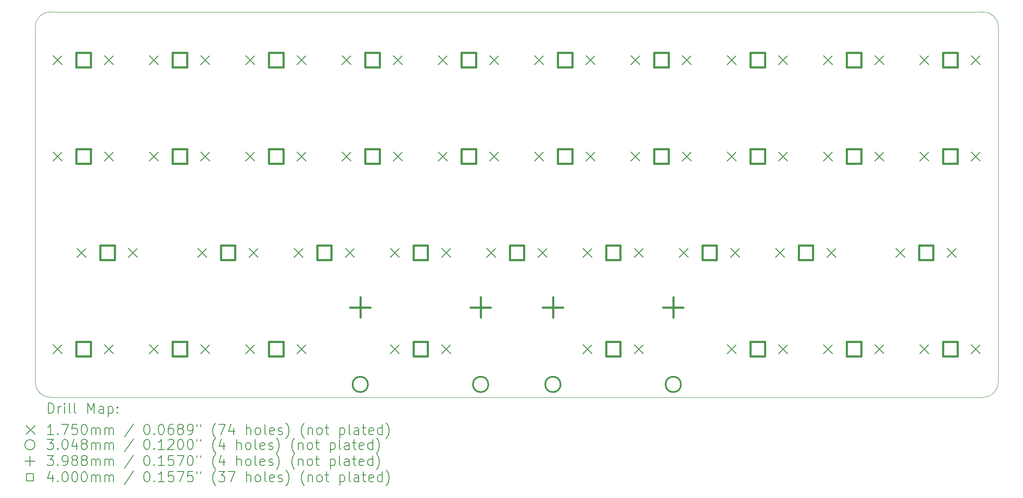
<source format=gbr>
%TF.GenerationSoftware,KiCad,Pcbnew,8.0.5*%
%TF.CreationDate,2024-10-22T20:48:22-04:00*%
%TF.ProjectId,alpha,616c7068-612e-46b6-9963-61645f706362,rev?*%
%TF.SameCoordinates,PX1c62fe0PY650e7e0*%
%TF.FileFunction,Drillmap*%
%TF.FilePolarity,Positive*%
%FSLAX45Y45*%
G04 Gerber Fmt 4.5, Leading zero omitted, Abs format (unit mm)*
G04 Created by KiCad (PCBNEW 8.0.5) date 2024-10-22 20:48:22*
%MOMM*%
%LPD*%
G01*
G04 APERTURE LIST*
%ADD10C,0.100000*%
%ADD11C,0.200000*%
%ADD12C,0.175000*%
%ADD13C,0.304800*%
%ADD14C,0.398780*%
%ADD15C,0.400000*%
G04 APERTURE END LIST*
D10*
X0Y297656D02*
X0Y7322337D01*
X19049984Y297656D02*
G75*
G02*
X18752328Y0I-297654J-2D01*
G01*
X18752328Y0D02*
X297656Y0D01*
X18752328Y7619993D02*
G75*
G02*
X19049980Y7322338I2J-297650D01*
G01*
X0Y7322337D02*
G75*
G02*
X297656Y7619994I297656J0D01*
G01*
X297656Y0D02*
G75*
G02*
X0Y297656I0J297656D01*
G01*
X19049984Y7322338D02*
X19049984Y297656D01*
X297656Y7619993D02*
X18752328Y7619993D01*
D11*
D12*
X356999Y6754994D02*
X531999Y6579994D01*
X531999Y6754994D02*
X356999Y6579994D01*
X356999Y4849996D02*
X531999Y4674996D01*
X531999Y4849996D02*
X356999Y4674996D01*
X356999Y1039999D02*
X531999Y864999D01*
X531999Y1039999D02*
X356999Y864999D01*
X831264Y2944998D02*
X1006264Y2769998D01*
X1006264Y2944998D02*
X831264Y2769998D01*
X1372999Y6754994D02*
X1547999Y6579994D01*
X1547999Y6754994D02*
X1372999Y6579994D01*
X1372999Y4849996D02*
X1547999Y4674996D01*
X1547999Y4849996D02*
X1372999Y4674996D01*
X1372999Y1039999D02*
X1547999Y864999D01*
X1547999Y1039999D02*
X1372999Y864999D01*
X1847264Y2944998D02*
X2022264Y2769998D01*
X2022264Y2944998D02*
X1847264Y2769998D01*
X2261998Y6754994D02*
X2436998Y6579994D01*
X2436998Y6754994D02*
X2261998Y6579994D01*
X2261998Y4849996D02*
X2436998Y4674996D01*
X2436998Y4849996D02*
X2261998Y4674996D01*
X2261998Y1039999D02*
X2436998Y864999D01*
X2436998Y1039999D02*
X2261998Y864999D01*
X3214497Y2944998D02*
X3389497Y2769998D01*
X3389497Y2944998D02*
X3214497Y2769998D01*
X3277997Y6754994D02*
X3452997Y6579994D01*
X3452997Y6754994D02*
X3277997Y6579994D01*
X3277997Y4849996D02*
X3452997Y4674996D01*
X3452997Y4849996D02*
X3277997Y4674996D01*
X3277997Y1039999D02*
X3452997Y864999D01*
X3452997Y1039999D02*
X3277997Y864999D01*
X4166996Y6754994D02*
X4341996Y6579994D01*
X4341996Y6754994D02*
X4166996Y6579994D01*
X4166996Y4849996D02*
X4341996Y4674996D01*
X4341996Y4849996D02*
X4166996Y4674996D01*
X4166996Y1039999D02*
X4341996Y864999D01*
X4341996Y1039999D02*
X4166996Y864999D01*
X4230497Y2944998D02*
X4405497Y2769998D01*
X4405497Y2944998D02*
X4230497Y2769998D01*
X5119495Y2944997D02*
X5294495Y2769998D01*
X5294495Y2944997D02*
X5119495Y2769998D01*
X5182996Y6754994D02*
X5357996Y6579994D01*
X5357996Y6754994D02*
X5182996Y6579994D01*
X5182996Y4849996D02*
X5357996Y4674996D01*
X5357996Y4849996D02*
X5182996Y4674996D01*
X5182996Y1039999D02*
X5357996Y864999D01*
X5357996Y1039999D02*
X5182996Y864999D01*
X6071994Y6754994D02*
X6246994Y6579994D01*
X6246994Y6754994D02*
X6071994Y6579994D01*
X6071994Y4849996D02*
X6246994Y4674996D01*
X6246994Y4849996D02*
X6071994Y4674996D01*
X6135495Y2944997D02*
X6310495Y2769998D01*
X6310495Y2944997D02*
X6135495Y2769998D01*
X7024494Y2944997D02*
X7199494Y2769998D01*
X7199494Y2944997D02*
X7024494Y2769998D01*
X7024494Y1039999D02*
X7199494Y864999D01*
X7199494Y1039999D02*
X7024494Y864999D01*
X7087994Y6754994D02*
X7262994Y6579994D01*
X7262994Y6754994D02*
X7087994Y6579994D01*
X7087994Y4849996D02*
X7262994Y4674996D01*
X7262994Y4849996D02*
X7087994Y4674996D01*
X7976993Y6754994D02*
X8151993Y6579994D01*
X8151993Y6754994D02*
X7976993Y6579994D01*
X7976993Y4849996D02*
X8151993Y4674996D01*
X8151993Y4849996D02*
X7976993Y4674996D01*
X8040493Y2944997D02*
X8215493Y2769998D01*
X8215493Y2944997D02*
X8040493Y2769998D01*
X8040493Y1039999D02*
X8215493Y864999D01*
X8215493Y1039999D02*
X8040493Y864999D01*
X8929492Y2944997D02*
X9104492Y2769998D01*
X9104492Y2944997D02*
X8929492Y2769998D01*
X8992993Y6754994D02*
X9167993Y6579994D01*
X9167993Y6754994D02*
X8992993Y6579994D01*
X8992993Y4849996D02*
X9167993Y4674996D01*
X9167993Y4849996D02*
X8992993Y4674996D01*
X9881991Y4849996D02*
X10056991Y4674996D01*
X10056991Y4849996D02*
X9881991Y4674996D01*
X9881991Y6754994D02*
X10056991Y6579994D01*
X10056991Y6754994D02*
X9881991Y6579994D01*
X9945492Y2944997D02*
X10120492Y2769998D01*
X10120492Y2944997D02*
X9945492Y2769998D01*
X10834491Y2944998D02*
X11009491Y2769998D01*
X11009491Y2944998D02*
X10834491Y2769998D01*
X10834491Y1039999D02*
X11009491Y864999D01*
X11009491Y1039999D02*
X10834491Y864999D01*
X10897991Y4849996D02*
X11072991Y4674996D01*
X11072991Y4849996D02*
X10897991Y4674996D01*
X10897991Y6754994D02*
X11072991Y6579994D01*
X11072991Y6754994D02*
X10897991Y6579994D01*
X11786990Y6754994D02*
X11961990Y6579994D01*
X11961990Y6754994D02*
X11786990Y6579994D01*
X11786990Y4849996D02*
X11961990Y4674996D01*
X11961990Y4849996D02*
X11786990Y4674996D01*
X11850490Y2944998D02*
X12025490Y2769998D01*
X12025490Y2944998D02*
X11850490Y2769998D01*
X11850490Y1039999D02*
X12025490Y864999D01*
X12025490Y1039999D02*
X11850490Y864999D01*
X12739489Y2944998D02*
X12914489Y2769998D01*
X12914489Y2944998D02*
X12739489Y2769998D01*
X12802989Y6754994D02*
X12977989Y6579994D01*
X12977989Y6754994D02*
X12802989Y6579994D01*
X12802989Y4849996D02*
X12977989Y4674996D01*
X12977989Y4849996D02*
X12802989Y4674996D01*
X13691988Y1039999D02*
X13866988Y864999D01*
X13866988Y1039999D02*
X13691988Y864999D01*
X13691988Y6754994D02*
X13866988Y6579994D01*
X13866988Y6754994D02*
X13691988Y6579994D01*
X13691988Y4849996D02*
X13866988Y4674996D01*
X13866988Y4849996D02*
X13691988Y4674996D01*
X13755489Y2944998D02*
X13930489Y2769998D01*
X13930489Y2944998D02*
X13755489Y2769998D01*
X14644487Y2944998D02*
X14819487Y2769998D01*
X14819487Y2944998D02*
X14644487Y2769998D01*
X14707988Y1039999D02*
X14882988Y864999D01*
X14882988Y1039999D02*
X14707988Y864999D01*
X14707988Y6754994D02*
X14882988Y6579994D01*
X14882988Y6754994D02*
X14707988Y6579994D01*
X14707988Y4849996D02*
X14882988Y4674996D01*
X14882988Y4849996D02*
X14707988Y4674996D01*
X15596986Y6754994D02*
X15771986Y6579994D01*
X15771986Y6754994D02*
X15596986Y6579994D01*
X15596986Y4849996D02*
X15771986Y4674996D01*
X15771986Y4849996D02*
X15596986Y4674996D01*
X15596986Y1039999D02*
X15771986Y864999D01*
X15771986Y1039999D02*
X15596986Y864999D01*
X15660487Y2944998D02*
X15835487Y2769998D01*
X15835487Y2944998D02*
X15660487Y2769998D01*
X16612986Y6754994D02*
X16787986Y6579994D01*
X16787986Y6754994D02*
X16612986Y6579994D01*
X16612986Y4849996D02*
X16787986Y4674996D01*
X16787986Y4849996D02*
X16612986Y4674996D01*
X16612986Y1039999D02*
X16787986Y864999D01*
X16787986Y1039999D02*
X16612986Y864999D01*
X17025735Y2944998D02*
X17200735Y2769998D01*
X17200735Y2944998D02*
X17025735Y2769998D01*
X17501985Y4849996D02*
X17676985Y4674996D01*
X17676985Y4849996D02*
X17501985Y4674996D01*
X17501985Y1039999D02*
X17676985Y864999D01*
X17676985Y1039999D02*
X17501985Y864999D01*
X17501985Y6754994D02*
X17676985Y6579994D01*
X17676985Y6754994D02*
X17501985Y6579994D01*
X18041735Y2944998D02*
X18216735Y2769998D01*
X18216735Y2944998D02*
X18041735Y2769998D01*
X18517985Y4849996D02*
X18692985Y4674996D01*
X18692985Y4849996D02*
X18517985Y4674996D01*
X18517985Y1039999D02*
X18692985Y864999D01*
X18692985Y1039999D02*
X18517985Y864999D01*
X18517985Y6754994D02*
X18692985Y6579994D01*
X18692985Y6754994D02*
X18517985Y6579994D01*
D13*
X6581769Y253999D02*
G75*
G02*
X6276969Y253999I-152400J0D01*
G01*
X6276969Y253999D02*
G75*
G02*
X6581769Y253999I152400J0D01*
G01*
X8963019Y253999D02*
G75*
G02*
X8658219Y253999I-152400J0D01*
G01*
X8658219Y253999D02*
G75*
G02*
X8963019Y253999I152400J0D01*
G01*
X10391765Y253999D02*
G75*
G02*
X10086965Y253999I-152400J0D01*
G01*
X10086965Y253999D02*
G75*
G02*
X10391765Y253999I152400J0D01*
G01*
X12773015Y253999D02*
G75*
G02*
X12468215Y253999I-152400J0D01*
G01*
X12468215Y253999D02*
G75*
G02*
X12773015Y253999I152400J0D01*
G01*
D14*
X6429368Y1977389D02*
X6429368Y1578609D01*
X6229978Y1777999D02*
X6628758Y1777999D01*
X8810619Y1977389D02*
X8810619Y1578609D01*
X8611229Y1777999D02*
X9010009Y1777999D01*
X10239365Y1977389D02*
X10239365Y1578609D01*
X10039975Y1777999D02*
X10438755Y1777999D01*
X12620615Y1977389D02*
X12620615Y1578609D01*
X12421225Y1777999D02*
X12820005Y1777999D01*
D15*
X1093922Y6526072D02*
X1093922Y6808917D01*
X811076Y6808917D01*
X811076Y6526072D01*
X1093922Y6526072D01*
X1093922Y4621073D02*
X1093922Y4903919D01*
X811076Y4903919D01*
X811076Y4621073D01*
X1093922Y4621073D01*
X1093922Y811076D02*
X1093922Y1093922D01*
X811076Y1093922D01*
X811076Y811076D01*
X1093922Y811076D01*
X1568187Y2716075D02*
X1568187Y2998920D01*
X1285341Y2998920D01*
X1285341Y2716075D01*
X1568187Y2716075D01*
X2998920Y6526072D02*
X2998920Y6808917D01*
X2716075Y6808917D01*
X2716075Y6526072D01*
X2998920Y6526072D01*
X2998920Y4621073D02*
X2998920Y4903919D01*
X2716075Y4903919D01*
X2716075Y4621073D01*
X2998920Y4621073D01*
X2998920Y811076D02*
X2998920Y1093922D01*
X2716075Y1093922D01*
X2716075Y811076D01*
X2998920Y811076D01*
X3951419Y2716075D02*
X3951419Y2998920D01*
X3668574Y2998920D01*
X3668574Y2716075D01*
X3951419Y2716075D01*
X4903919Y6526072D02*
X4903919Y6808917D01*
X4621073Y6808917D01*
X4621073Y6526072D01*
X4903919Y6526072D01*
X4903919Y4621073D02*
X4903919Y4903919D01*
X4621073Y4903919D01*
X4621073Y4621073D01*
X4903919Y4621073D01*
X4903919Y811076D02*
X4903919Y1093922D01*
X4621073Y1093922D01*
X4621073Y811076D01*
X4903919Y811076D01*
X5856418Y2716075D02*
X5856418Y2998920D01*
X5573573Y2998920D01*
X5573573Y2716075D01*
X5856418Y2716075D01*
X6808917Y6526072D02*
X6808917Y6808917D01*
X6526072Y6808917D01*
X6526072Y6526072D01*
X6808917Y6526072D01*
X6808917Y4621073D02*
X6808917Y4903919D01*
X6526072Y4903919D01*
X6526072Y4621073D01*
X6808917Y4621073D01*
X7761416Y2716075D02*
X7761416Y2998920D01*
X7478571Y2998920D01*
X7478571Y2716075D01*
X7761416Y2716075D01*
X7761416Y811076D02*
X7761416Y1093922D01*
X7478571Y1093922D01*
X7478571Y811076D01*
X7761416Y811076D01*
X8713916Y6526072D02*
X8713916Y6808917D01*
X8431070Y6808917D01*
X8431070Y6526072D01*
X8713916Y6526072D01*
X8713916Y4621073D02*
X8713916Y4903919D01*
X8431070Y4903919D01*
X8431070Y4621073D01*
X8713916Y4621073D01*
X9666415Y2716075D02*
X9666415Y2998920D01*
X9383569Y2998920D01*
X9383569Y2716075D01*
X9666415Y2716075D01*
X10618914Y4621073D02*
X10618914Y4903919D01*
X10336068Y4903919D01*
X10336068Y4621073D01*
X10618914Y4621073D01*
X10618914Y6526072D02*
X10618914Y6808917D01*
X10336069Y6808917D01*
X10336069Y6526072D01*
X10618914Y6526072D01*
X11571413Y2716075D02*
X11571413Y2998920D01*
X11288568Y2998920D01*
X11288568Y2716075D01*
X11571413Y2716075D01*
X11571413Y811076D02*
X11571413Y1093922D01*
X11288568Y1093922D01*
X11288568Y811076D01*
X11571413Y811076D01*
X12523912Y6526072D02*
X12523912Y6808917D01*
X12241067Y6808917D01*
X12241067Y6526072D01*
X12523912Y6526072D01*
X12523912Y4621073D02*
X12523912Y4903919D01*
X12241067Y4903919D01*
X12241067Y4621073D01*
X12523912Y4621073D01*
X13476411Y2716075D02*
X13476411Y2998920D01*
X13193566Y2998920D01*
X13193566Y2716075D01*
X13476411Y2716075D01*
X14428911Y811076D02*
X14428911Y1093922D01*
X14146065Y1093922D01*
X14146065Y811076D01*
X14428911Y811076D01*
X14428911Y6526072D02*
X14428911Y6808917D01*
X14146065Y6808917D01*
X14146065Y6526072D01*
X14428911Y6526072D01*
X14428911Y4621073D02*
X14428911Y4903919D01*
X14146065Y4903919D01*
X14146065Y4621073D01*
X14428911Y4621073D01*
X15381410Y2716075D02*
X15381410Y2998920D01*
X15098564Y2998920D01*
X15098564Y2716075D01*
X15381410Y2716075D01*
X16333909Y6526072D02*
X16333909Y6808917D01*
X16051064Y6808917D01*
X16051064Y6526072D01*
X16333909Y6526072D01*
X16333909Y4621073D02*
X16333909Y4903919D01*
X16051064Y4903919D01*
X16051064Y4621073D01*
X16333909Y4621073D01*
X16333909Y811076D02*
X16333909Y1093922D01*
X16051064Y1093922D01*
X16051064Y811076D01*
X16333909Y811076D01*
X17762658Y2716075D02*
X17762658Y2998920D01*
X17479813Y2998920D01*
X17479813Y2716075D01*
X17762658Y2716075D01*
X18238908Y4621073D02*
X18238908Y4903919D01*
X17956062Y4903919D01*
X17956062Y4621073D01*
X18238908Y4621073D01*
X18238908Y811076D02*
X18238908Y1093922D01*
X17956062Y1093922D01*
X17956062Y811076D01*
X18238908Y811076D01*
X18238908Y6526072D02*
X18238908Y6808917D01*
X17956062Y6808917D01*
X17956062Y6526072D01*
X18238908Y6526072D01*
D11*
X255777Y-316484D02*
X255777Y-116484D01*
X255777Y-116484D02*
X303396Y-116484D01*
X303396Y-116484D02*
X331967Y-126008D01*
X331967Y-126008D02*
X351015Y-145056D01*
X351015Y-145056D02*
X360539Y-164103D01*
X360539Y-164103D02*
X370062Y-202198D01*
X370062Y-202198D02*
X370062Y-230770D01*
X370062Y-230770D02*
X360539Y-268865D01*
X360539Y-268865D02*
X351015Y-287913D01*
X351015Y-287913D02*
X331967Y-306960D01*
X331967Y-306960D02*
X303396Y-316484D01*
X303396Y-316484D02*
X255777Y-316484D01*
X455777Y-316484D02*
X455777Y-183151D01*
X455777Y-221246D02*
X465301Y-202198D01*
X465301Y-202198D02*
X474824Y-192675D01*
X474824Y-192675D02*
X493872Y-183151D01*
X493872Y-183151D02*
X512920Y-183151D01*
X579586Y-316484D02*
X579586Y-183151D01*
X579586Y-116484D02*
X570063Y-126008D01*
X570063Y-126008D02*
X579586Y-135532D01*
X579586Y-135532D02*
X589110Y-126008D01*
X589110Y-126008D02*
X579586Y-116484D01*
X579586Y-116484D02*
X579586Y-135532D01*
X703396Y-316484D02*
X684348Y-306960D01*
X684348Y-306960D02*
X674824Y-287913D01*
X674824Y-287913D02*
X674824Y-116484D01*
X808158Y-316484D02*
X789110Y-306960D01*
X789110Y-306960D02*
X779586Y-287913D01*
X779586Y-287913D02*
X779586Y-116484D01*
X1036729Y-316484D02*
X1036729Y-116484D01*
X1036729Y-116484D02*
X1103396Y-259341D01*
X1103396Y-259341D02*
X1170063Y-116484D01*
X1170063Y-116484D02*
X1170063Y-316484D01*
X1351015Y-316484D02*
X1351015Y-211722D01*
X1351015Y-211722D02*
X1341491Y-192675D01*
X1341491Y-192675D02*
X1322444Y-183151D01*
X1322444Y-183151D02*
X1284348Y-183151D01*
X1284348Y-183151D02*
X1265301Y-192675D01*
X1351015Y-306960D02*
X1331967Y-316484D01*
X1331967Y-316484D02*
X1284348Y-316484D01*
X1284348Y-316484D02*
X1265301Y-306960D01*
X1265301Y-306960D02*
X1255777Y-287913D01*
X1255777Y-287913D02*
X1255777Y-268865D01*
X1255777Y-268865D02*
X1265301Y-249817D01*
X1265301Y-249817D02*
X1284348Y-240294D01*
X1284348Y-240294D02*
X1331967Y-240294D01*
X1331967Y-240294D02*
X1351015Y-230770D01*
X1446253Y-183151D02*
X1446253Y-383151D01*
X1446253Y-192675D02*
X1465301Y-183151D01*
X1465301Y-183151D02*
X1503396Y-183151D01*
X1503396Y-183151D02*
X1522443Y-192675D01*
X1522443Y-192675D02*
X1531967Y-202198D01*
X1531967Y-202198D02*
X1541491Y-221246D01*
X1541491Y-221246D02*
X1541491Y-278389D01*
X1541491Y-278389D02*
X1531967Y-297437D01*
X1531967Y-297437D02*
X1522443Y-306960D01*
X1522443Y-306960D02*
X1503396Y-316484D01*
X1503396Y-316484D02*
X1465301Y-316484D01*
X1465301Y-316484D02*
X1446253Y-306960D01*
X1627205Y-297437D02*
X1636729Y-306960D01*
X1636729Y-306960D02*
X1627205Y-316484D01*
X1627205Y-316484D02*
X1617682Y-306960D01*
X1617682Y-306960D02*
X1627205Y-297437D01*
X1627205Y-297437D02*
X1627205Y-316484D01*
X1627205Y-192675D02*
X1636729Y-202198D01*
X1636729Y-202198D02*
X1627205Y-211722D01*
X1627205Y-211722D02*
X1617682Y-202198D01*
X1617682Y-202198D02*
X1627205Y-192675D01*
X1627205Y-192675D02*
X1627205Y-211722D01*
D12*
X-180000Y-557500D02*
X-5000Y-732500D01*
X-5000Y-557500D02*
X-180000Y-732500D01*
D11*
X360539Y-736484D02*
X246253Y-736484D01*
X303396Y-736484D02*
X303396Y-536484D01*
X303396Y-536484D02*
X284348Y-565056D01*
X284348Y-565056D02*
X265301Y-584103D01*
X265301Y-584103D02*
X246253Y-593627D01*
X446253Y-717436D02*
X455777Y-726960D01*
X455777Y-726960D02*
X446253Y-736484D01*
X446253Y-736484D02*
X436729Y-726960D01*
X436729Y-726960D02*
X446253Y-717436D01*
X446253Y-717436D02*
X446253Y-736484D01*
X522443Y-536484D02*
X655777Y-536484D01*
X655777Y-536484D02*
X570063Y-736484D01*
X827205Y-536484D02*
X731967Y-536484D01*
X731967Y-536484D02*
X722443Y-631722D01*
X722443Y-631722D02*
X731967Y-622198D01*
X731967Y-622198D02*
X751015Y-612675D01*
X751015Y-612675D02*
X798634Y-612675D01*
X798634Y-612675D02*
X817682Y-622198D01*
X817682Y-622198D02*
X827205Y-631722D01*
X827205Y-631722D02*
X836729Y-650770D01*
X836729Y-650770D02*
X836729Y-698389D01*
X836729Y-698389D02*
X827205Y-717436D01*
X827205Y-717436D02*
X817682Y-726960D01*
X817682Y-726960D02*
X798634Y-736484D01*
X798634Y-736484D02*
X751015Y-736484D01*
X751015Y-736484D02*
X731967Y-726960D01*
X731967Y-726960D02*
X722443Y-717436D01*
X960539Y-536484D02*
X979586Y-536484D01*
X979586Y-536484D02*
X998634Y-546008D01*
X998634Y-546008D02*
X1008158Y-555532D01*
X1008158Y-555532D02*
X1017682Y-574579D01*
X1017682Y-574579D02*
X1027205Y-612675D01*
X1027205Y-612675D02*
X1027205Y-660294D01*
X1027205Y-660294D02*
X1017682Y-698389D01*
X1017682Y-698389D02*
X1008158Y-717436D01*
X1008158Y-717436D02*
X998634Y-726960D01*
X998634Y-726960D02*
X979586Y-736484D01*
X979586Y-736484D02*
X960539Y-736484D01*
X960539Y-736484D02*
X941491Y-726960D01*
X941491Y-726960D02*
X931967Y-717436D01*
X931967Y-717436D02*
X922443Y-698389D01*
X922443Y-698389D02*
X912920Y-660294D01*
X912920Y-660294D02*
X912920Y-612675D01*
X912920Y-612675D02*
X922443Y-574579D01*
X922443Y-574579D02*
X931967Y-555532D01*
X931967Y-555532D02*
X941491Y-546008D01*
X941491Y-546008D02*
X960539Y-536484D01*
X1112920Y-736484D02*
X1112920Y-603151D01*
X1112920Y-622198D02*
X1122444Y-612675D01*
X1122444Y-612675D02*
X1141491Y-603151D01*
X1141491Y-603151D02*
X1170063Y-603151D01*
X1170063Y-603151D02*
X1189110Y-612675D01*
X1189110Y-612675D02*
X1198634Y-631722D01*
X1198634Y-631722D02*
X1198634Y-736484D01*
X1198634Y-631722D02*
X1208158Y-612675D01*
X1208158Y-612675D02*
X1227205Y-603151D01*
X1227205Y-603151D02*
X1255777Y-603151D01*
X1255777Y-603151D02*
X1274825Y-612675D01*
X1274825Y-612675D02*
X1284348Y-631722D01*
X1284348Y-631722D02*
X1284348Y-736484D01*
X1379586Y-736484D02*
X1379586Y-603151D01*
X1379586Y-622198D02*
X1389110Y-612675D01*
X1389110Y-612675D02*
X1408158Y-603151D01*
X1408158Y-603151D02*
X1436729Y-603151D01*
X1436729Y-603151D02*
X1455777Y-612675D01*
X1455777Y-612675D02*
X1465301Y-631722D01*
X1465301Y-631722D02*
X1465301Y-736484D01*
X1465301Y-631722D02*
X1474824Y-612675D01*
X1474824Y-612675D02*
X1493872Y-603151D01*
X1493872Y-603151D02*
X1522443Y-603151D01*
X1522443Y-603151D02*
X1541491Y-612675D01*
X1541491Y-612675D02*
X1551015Y-631722D01*
X1551015Y-631722D02*
X1551015Y-736484D01*
X1941491Y-526960D02*
X1770063Y-784103D01*
X2198634Y-536484D02*
X2217682Y-536484D01*
X2217682Y-536484D02*
X2236729Y-546008D01*
X2236729Y-546008D02*
X2246253Y-555532D01*
X2246253Y-555532D02*
X2255777Y-574579D01*
X2255777Y-574579D02*
X2265301Y-612675D01*
X2265301Y-612675D02*
X2265301Y-660294D01*
X2265301Y-660294D02*
X2255777Y-698389D01*
X2255777Y-698389D02*
X2246253Y-717436D01*
X2246253Y-717436D02*
X2236729Y-726960D01*
X2236729Y-726960D02*
X2217682Y-736484D01*
X2217682Y-736484D02*
X2198634Y-736484D01*
X2198634Y-736484D02*
X2179587Y-726960D01*
X2179587Y-726960D02*
X2170063Y-717436D01*
X2170063Y-717436D02*
X2160539Y-698389D01*
X2160539Y-698389D02*
X2151015Y-660294D01*
X2151015Y-660294D02*
X2151015Y-612675D01*
X2151015Y-612675D02*
X2160539Y-574579D01*
X2160539Y-574579D02*
X2170063Y-555532D01*
X2170063Y-555532D02*
X2179587Y-546008D01*
X2179587Y-546008D02*
X2198634Y-536484D01*
X2351015Y-717436D02*
X2360539Y-726960D01*
X2360539Y-726960D02*
X2351015Y-736484D01*
X2351015Y-736484D02*
X2341491Y-726960D01*
X2341491Y-726960D02*
X2351015Y-717436D01*
X2351015Y-717436D02*
X2351015Y-736484D01*
X2484348Y-536484D02*
X2503396Y-536484D01*
X2503396Y-536484D02*
X2522444Y-546008D01*
X2522444Y-546008D02*
X2531968Y-555532D01*
X2531968Y-555532D02*
X2541491Y-574579D01*
X2541491Y-574579D02*
X2551015Y-612675D01*
X2551015Y-612675D02*
X2551015Y-660294D01*
X2551015Y-660294D02*
X2541491Y-698389D01*
X2541491Y-698389D02*
X2531968Y-717436D01*
X2531968Y-717436D02*
X2522444Y-726960D01*
X2522444Y-726960D02*
X2503396Y-736484D01*
X2503396Y-736484D02*
X2484348Y-736484D01*
X2484348Y-736484D02*
X2465301Y-726960D01*
X2465301Y-726960D02*
X2455777Y-717436D01*
X2455777Y-717436D02*
X2446253Y-698389D01*
X2446253Y-698389D02*
X2436729Y-660294D01*
X2436729Y-660294D02*
X2436729Y-612675D01*
X2436729Y-612675D02*
X2446253Y-574579D01*
X2446253Y-574579D02*
X2455777Y-555532D01*
X2455777Y-555532D02*
X2465301Y-546008D01*
X2465301Y-546008D02*
X2484348Y-536484D01*
X2722444Y-536484D02*
X2684348Y-536484D01*
X2684348Y-536484D02*
X2665301Y-546008D01*
X2665301Y-546008D02*
X2655777Y-555532D01*
X2655777Y-555532D02*
X2636729Y-584103D01*
X2636729Y-584103D02*
X2627206Y-622198D01*
X2627206Y-622198D02*
X2627206Y-698389D01*
X2627206Y-698389D02*
X2636729Y-717436D01*
X2636729Y-717436D02*
X2646253Y-726960D01*
X2646253Y-726960D02*
X2665301Y-736484D01*
X2665301Y-736484D02*
X2703396Y-736484D01*
X2703396Y-736484D02*
X2722444Y-726960D01*
X2722444Y-726960D02*
X2731968Y-717436D01*
X2731968Y-717436D02*
X2741491Y-698389D01*
X2741491Y-698389D02*
X2741491Y-650770D01*
X2741491Y-650770D02*
X2731968Y-631722D01*
X2731968Y-631722D02*
X2722444Y-622198D01*
X2722444Y-622198D02*
X2703396Y-612675D01*
X2703396Y-612675D02*
X2665301Y-612675D01*
X2665301Y-612675D02*
X2646253Y-622198D01*
X2646253Y-622198D02*
X2636729Y-631722D01*
X2636729Y-631722D02*
X2627206Y-650770D01*
X2855777Y-622198D02*
X2836729Y-612675D01*
X2836729Y-612675D02*
X2827206Y-603151D01*
X2827206Y-603151D02*
X2817682Y-584103D01*
X2817682Y-584103D02*
X2817682Y-574579D01*
X2817682Y-574579D02*
X2827206Y-555532D01*
X2827206Y-555532D02*
X2836729Y-546008D01*
X2836729Y-546008D02*
X2855777Y-536484D01*
X2855777Y-536484D02*
X2893872Y-536484D01*
X2893872Y-536484D02*
X2912920Y-546008D01*
X2912920Y-546008D02*
X2922444Y-555532D01*
X2922444Y-555532D02*
X2931967Y-574579D01*
X2931967Y-574579D02*
X2931967Y-584103D01*
X2931967Y-584103D02*
X2922444Y-603151D01*
X2922444Y-603151D02*
X2912920Y-612675D01*
X2912920Y-612675D02*
X2893872Y-622198D01*
X2893872Y-622198D02*
X2855777Y-622198D01*
X2855777Y-622198D02*
X2836729Y-631722D01*
X2836729Y-631722D02*
X2827206Y-641246D01*
X2827206Y-641246D02*
X2817682Y-660294D01*
X2817682Y-660294D02*
X2817682Y-698389D01*
X2817682Y-698389D02*
X2827206Y-717436D01*
X2827206Y-717436D02*
X2836729Y-726960D01*
X2836729Y-726960D02*
X2855777Y-736484D01*
X2855777Y-736484D02*
X2893872Y-736484D01*
X2893872Y-736484D02*
X2912920Y-726960D01*
X2912920Y-726960D02*
X2922444Y-717436D01*
X2922444Y-717436D02*
X2931967Y-698389D01*
X2931967Y-698389D02*
X2931967Y-660294D01*
X2931967Y-660294D02*
X2922444Y-641246D01*
X2922444Y-641246D02*
X2912920Y-631722D01*
X2912920Y-631722D02*
X2893872Y-622198D01*
X3027206Y-736484D02*
X3065301Y-736484D01*
X3065301Y-736484D02*
X3084348Y-726960D01*
X3084348Y-726960D02*
X3093872Y-717436D01*
X3093872Y-717436D02*
X3112920Y-688865D01*
X3112920Y-688865D02*
X3122444Y-650770D01*
X3122444Y-650770D02*
X3122444Y-574579D01*
X3122444Y-574579D02*
X3112920Y-555532D01*
X3112920Y-555532D02*
X3103396Y-546008D01*
X3103396Y-546008D02*
X3084348Y-536484D01*
X3084348Y-536484D02*
X3046253Y-536484D01*
X3046253Y-536484D02*
X3027206Y-546008D01*
X3027206Y-546008D02*
X3017682Y-555532D01*
X3017682Y-555532D02*
X3008158Y-574579D01*
X3008158Y-574579D02*
X3008158Y-622198D01*
X3008158Y-622198D02*
X3017682Y-641246D01*
X3017682Y-641246D02*
X3027206Y-650770D01*
X3027206Y-650770D02*
X3046253Y-660294D01*
X3046253Y-660294D02*
X3084348Y-660294D01*
X3084348Y-660294D02*
X3103396Y-650770D01*
X3103396Y-650770D02*
X3112920Y-641246D01*
X3112920Y-641246D02*
X3122444Y-622198D01*
X3198634Y-536484D02*
X3198634Y-574579D01*
X3274825Y-536484D02*
X3274825Y-574579D01*
X3570063Y-812675D02*
X3560539Y-803151D01*
X3560539Y-803151D02*
X3541491Y-774579D01*
X3541491Y-774579D02*
X3531968Y-755532D01*
X3531968Y-755532D02*
X3522444Y-726960D01*
X3522444Y-726960D02*
X3512920Y-679341D01*
X3512920Y-679341D02*
X3512920Y-641246D01*
X3512920Y-641246D02*
X3522444Y-593627D01*
X3522444Y-593627D02*
X3531968Y-565056D01*
X3531968Y-565056D02*
X3541491Y-546008D01*
X3541491Y-546008D02*
X3560539Y-517436D01*
X3560539Y-517436D02*
X3570063Y-507913D01*
X3627206Y-536484D02*
X3760539Y-536484D01*
X3760539Y-536484D02*
X3674825Y-736484D01*
X3922444Y-603151D02*
X3922444Y-736484D01*
X3874825Y-526960D02*
X3827206Y-669818D01*
X3827206Y-669818D02*
X3951015Y-669818D01*
X4179587Y-736484D02*
X4179587Y-536484D01*
X4265301Y-736484D02*
X4265301Y-631722D01*
X4265301Y-631722D02*
X4255777Y-612675D01*
X4255777Y-612675D02*
X4236730Y-603151D01*
X4236730Y-603151D02*
X4208158Y-603151D01*
X4208158Y-603151D02*
X4189110Y-612675D01*
X4189110Y-612675D02*
X4179587Y-622198D01*
X4389111Y-736484D02*
X4370063Y-726960D01*
X4370063Y-726960D02*
X4360539Y-717436D01*
X4360539Y-717436D02*
X4351015Y-698389D01*
X4351015Y-698389D02*
X4351015Y-641246D01*
X4351015Y-641246D02*
X4360539Y-622198D01*
X4360539Y-622198D02*
X4370063Y-612675D01*
X4370063Y-612675D02*
X4389111Y-603151D01*
X4389111Y-603151D02*
X4417682Y-603151D01*
X4417682Y-603151D02*
X4436730Y-612675D01*
X4436730Y-612675D02*
X4446253Y-622198D01*
X4446253Y-622198D02*
X4455777Y-641246D01*
X4455777Y-641246D02*
X4455777Y-698389D01*
X4455777Y-698389D02*
X4446253Y-717436D01*
X4446253Y-717436D02*
X4436730Y-726960D01*
X4436730Y-726960D02*
X4417682Y-736484D01*
X4417682Y-736484D02*
X4389111Y-736484D01*
X4570063Y-736484D02*
X4551015Y-726960D01*
X4551015Y-726960D02*
X4541492Y-707913D01*
X4541492Y-707913D02*
X4541492Y-536484D01*
X4722444Y-726960D02*
X4703396Y-736484D01*
X4703396Y-736484D02*
X4665301Y-736484D01*
X4665301Y-736484D02*
X4646253Y-726960D01*
X4646253Y-726960D02*
X4636730Y-707913D01*
X4636730Y-707913D02*
X4636730Y-631722D01*
X4636730Y-631722D02*
X4646253Y-612675D01*
X4646253Y-612675D02*
X4665301Y-603151D01*
X4665301Y-603151D02*
X4703396Y-603151D01*
X4703396Y-603151D02*
X4722444Y-612675D01*
X4722444Y-612675D02*
X4731968Y-631722D01*
X4731968Y-631722D02*
X4731968Y-650770D01*
X4731968Y-650770D02*
X4636730Y-669818D01*
X4808158Y-726960D02*
X4827206Y-736484D01*
X4827206Y-736484D02*
X4865301Y-736484D01*
X4865301Y-736484D02*
X4884349Y-726960D01*
X4884349Y-726960D02*
X4893873Y-707913D01*
X4893873Y-707913D02*
X4893873Y-698389D01*
X4893873Y-698389D02*
X4884349Y-679341D01*
X4884349Y-679341D02*
X4865301Y-669818D01*
X4865301Y-669818D02*
X4836730Y-669818D01*
X4836730Y-669818D02*
X4817682Y-660294D01*
X4817682Y-660294D02*
X4808158Y-641246D01*
X4808158Y-641246D02*
X4808158Y-631722D01*
X4808158Y-631722D02*
X4817682Y-612675D01*
X4817682Y-612675D02*
X4836730Y-603151D01*
X4836730Y-603151D02*
X4865301Y-603151D01*
X4865301Y-603151D02*
X4884349Y-612675D01*
X4960539Y-812675D02*
X4970063Y-803151D01*
X4970063Y-803151D02*
X4989111Y-774579D01*
X4989111Y-774579D02*
X4998634Y-755532D01*
X4998634Y-755532D02*
X5008158Y-726960D01*
X5008158Y-726960D02*
X5017682Y-679341D01*
X5017682Y-679341D02*
X5017682Y-641246D01*
X5017682Y-641246D02*
X5008158Y-593627D01*
X5008158Y-593627D02*
X4998634Y-565056D01*
X4998634Y-565056D02*
X4989111Y-546008D01*
X4989111Y-546008D02*
X4970063Y-517436D01*
X4970063Y-517436D02*
X4960539Y-507913D01*
X5322444Y-812675D02*
X5312920Y-803151D01*
X5312920Y-803151D02*
X5293873Y-774579D01*
X5293873Y-774579D02*
X5284349Y-755532D01*
X5284349Y-755532D02*
X5274825Y-726960D01*
X5274825Y-726960D02*
X5265301Y-679341D01*
X5265301Y-679341D02*
X5265301Y-641246D01*
X5265301Y-641246D02*
X5274825Y-593627D01*
X5274825Y-593627D02*
X5284349Y-565056D01*
X5284349Y-565056D02*
X5293873Y-546008D01*
X5293873Y-546008D02*
X5312920Y-517436D01*
X5312920Y-517436D02*
X5322444Y-507913D01*
X5398634Y-603151D02*
X5398634Y-736484D01*
X5398634Y-622198D02*
X5408158Y-612675D01*
X5408158Y-612675D02*
X5427206Y-603151D01*
X5427206Y-603151D02*
X5455777Y-603151D01*
X5455777Y-603151D02*
X5474825Y-612675D01*
X5474825Y-612675D02*
X5484349Y-631722D01*
X5484349Y-631722D02*
X5484349Y-736484D01*
X5608158Y-736484D02*
X5589111Y-726960D01*
X5589111Y-726960D02*
X5579587Y-717436D01*
X5579587Y-717436D02*
X5570063Y-698389D01*
X5570063Y-698389D02*
X5570063Y-641246D01*
X5570063Y-641246D02*
X5579587Y-622198D01*
X5579587Y-622198D02*
X5589111Y-612675D01*
X5589111Y-612675D02*
X5608158Y-603151D01*
X5608158Y-603151D02*
X5636730Y-603151D01*
X5636730Y-603151D02*
X5655777Y-612675D01*
X5655777Y-612675D02*
X5665301Y-622198D01*
X5665301Y-622198D02*
X5674825Y-641246D01*
X5674825Y-641246D02*
X5674825Y-698389D01*
X5674825Y-698389D02*
X5665301Y-717436D01*
X5665301Y-717436D02*
X5655777Y-726960D01*
X5655777Y-726960D02*
X5636730Y-736484D01*
X5636730Y-736484D02*
X5608158Y-736484D01*
X5731968Y-603151D02*
X5808158Y-603151D01*
X5760539Y-536484D02*
X5760539Y-707913D01*
X5760539Y-707913D02*
X5770063Y-726960D01*
X5770063Y-726960D02*
X5789111Y-736484D01*
X5789111Y-736484D02*
X5808158Y-736484D01*
X6027206Y-603151D02*
X6027206Y-803151D01*
X6027206Y-612675D02*
X6046253Y-603151D01*
X6046253Y-603151D02*
X6084349Y-603151D01*
X6084349Y-603151D02*
X6103396Y-612675D01*
X6103396Y-612675D02*
X6112920Y-622198D01*
X6112920Y-622198D02*
X6122444Y-641246D01*
X6122444Y-641246D02*
X6122444Y-698389D01*
X6122444Y-698389D02*
X6112920Y-717436D01*
X6112920Y-717436D02*
X6103396Y-726960D01*
X6103396Y-726960D02*
X6084349Y-736484D01*
X6084349Y-736484D02*
X6046253Y-736484D01*
X6046253Y-736484D02*
X6027206Y-726960D01*
X6236730Y-736484D02*
X6217682Y-726960D01*
X6217682Y-726960D02*
X6208158Y-707913D01*
X6208158Y-707913D02*
X6208158Y-536484D01*
X6398634Y-736484D02*
X6398634Y-631722D01*
X6398634Y-631722D02*
X6389111Y-612675D01*
X6389111Y-612675D02*
X6370063Y-603151D01*
X6370063Y-603151D02*
X6331968Y-603151D01*
X6331968Y-603151D02*
X6312920Y-612675D01*
X6398634Y-726960D02*
X6379587Y-736484D01*
X6379587Y-736484D02*
X6331968Y-736484D01*
X6331968Y-736484D02*
X6312920Y-726960D01*
X6312920Y-726960D02*
X6303396Y-707913D01*
X6303396Y-707913D02*
X6303396Y-688865D01*
X6303396Y-688865D02*
X6312920Y-669818D01*
X6312920Y-669818D02*
X6331968Y-660294D01*
X6331968Y-660294D02*
X6379587Y-660294D01*
X6379587Y-660294D02*
X6398634Y-650770D01*
X6465301Y-603151D02*
X6541492Y-603151D01*
X6493873Y-536484D02*
X6493873Y-707913D01*
X6493873Y-707913D02*
X6503396Y-726960D01*
X6503396Y-726960D02*
X6522444Y-736484D01*
X6522444Y-736484D02*
X6541492Y-736484D01*
X6684349Y-726960D02*
X6665301Y-736484D01*
X6665301Y-736484D02*
X6627206Y-736484D01*
X6627206Y-736484D02*
X6608158Y-726960D01*
X6608158Y-726960D02*
X6598634Y-707913D01*
X6598634Y-707913D02*
X6598634Y-631722D01*
X6598634Y-631722D02*
X6608158Y-612675D01*
X6608158Y-612675D02*
X6627206Y-603151D01*
X6627206Y-603151D02*
X6665301Y-603151D01*
X6665301Y-603151D02*
X6684349Y-612675D01*
X6684349Y-612675D02*
X6693873Y-631722D01*
X6693873Y-631722D02*
X6693873Y-650770D01*
X6693873Y-650770D02*
X6598634Y-669818D01*
X6865301Y-736484D02*
X6865301Y-536484D01*
X6865301Y-726960D02*
X6846254Y-736484D01*
X6846254Y-736484D02*
X6808158Y-736484D01*
X6808158Y-736484D02*
X6789111Y-726960D01*
X6789111Y-726960D02*
X6779587Y-717436D01*
X6779587Y-717436D02*
X6770063Y-698389D01*
X6770063Y-698389D02*
X6770063Y-641246D01*
X6770063Y-641246D02*
X6779587Y-622198D01*
X6779587Y-622198D02*
X6789111Y-612675D01*
X6789111Y-612675D02*
X6808158Y-603151D01*
X6808158Y-603151D02*
X6846254Y-603151D01*
X6846254Y-603151D02*
X6865301Y-612675D01*
X6941492Y-812675D02*
X6951015Y-803151D01*
X6951015Y-803151D02*
X6970063Y-774579D01*
X6970063Y-774579D02*
X6979587Y-755532D01*
X6979587Y-755532D02*
X6989111Y-726960D01*
X6989111Y-726960D02*
X6998634Y-679341D01*
X6998634Y-679341D02*
X6998634Y-641246D01*
X6998634Y-641246D02*
X6989111Y-593627D01*
X6989111Y-593627D02*
X6979587Y-565056D01*
X6979587Y-565056D02*
X6970063Y-546008D01*
X6970063Y-546008D02*
X6951015Y-517436D01*
X6951015Y-517436D02*
X6941492Y-507913D01*
X-5000Y-940000D02*
G75*
G02*
X-205000Y-940000I-100000J0D01*
G01*
X-205000Y-940000D02*
G75*
G02*
X-5000Y-940000I100000J0D01*
G01*
X236729Y-831484D02*
X360539Y-831484D01*
X360539Y-831484D02*
X293872Y-907675D01*
X293872Y-907675D02*
X322444Y-907675D01*
X322444Y-907675D02*
X341491Y-917198D01*
X341491Y-917198D02*
X351015Y-926722D01*
X351015Y-926722D02*
X360539Y-945770D01*
X360539Y-945770D02*
X360539Y-993389D01*
X360539Y-993389D02*
X351015Y-1012436D01*
X351015Y-1012436D02*
X341491Y-1021960D01*
X341491Y-1021960D02*
X322444Y-1031484D01*
X322444Y-1031484D02*
X265301Y-1031484D01*
X265301Y-1031484D02*
X246253Y-1021960D01*
X246253Y-1021960D02*
X236729Y-1012436D01*
X446253Y-1012436D02*
X455777Y-1021960D01*
X455777Y-1021960D02*
X446253Y-1031484D01*
X446253Y-1031484D02*
X436729Y-1021960D01*
X436729Y-1021960D02*
X446253Y-1012436D01*
X446253Y-1012436D02*
X446253Y-1031484D01*
X579586Y-831484D02*
X598634Y-831484D01*
X598634Y-831484D02*
X617682Y-841008D01*
X617682Y-841008D02*
X627205Y-850532D01*
X627205Y-850532D02*
X636729Y-869579D01*
X636729Y-869579D02*
X646253Y-907675D01*
X646253Y-907675D02*
X646253Y-955294D01*
X646253Y-955294D02*
X636729Y-993389D01*
X636729Y-993389D02*
X627205Y-1012436D01*
X627205Y-1012436D02*
X617682Y-1021960D01*
X617682Y-1021960D02*
X598634Y-1031484D01*
X598634Y-1031484D02*
X579586Y-1031484D01*
X579586Y-1031484D02*
X560539Y-1021960D01*
X560539Y-1021960D02*
X551015Y-1012436D01*
X551015Y-1012436D02*
X541491Y-993389D01*
X541491Y-993389D02*
X531967Y-955294D01*
X531967Y-955294D02*
X531967Y-907675D01*
X531967Y-907675D02*
X541491Y-869579D01*
X541491Y-869579D02*
X551015Y-850532D01*
X551015Y-850532D02*
X560539Y-841008D01*
X560539Y-841008D02*
X579586Y-831484D01*
X817682Y-898151D02*
X817682Y-1031484D01*
X770062Y-821960D02*
X722443Y-964817D01*
X722443Y-964817D02*
X846253Y-964817D01*
X951015Y-917198D02*
X931967Y-907675D01*
X931967Y-907675D02*
X922443Y-898151D01*
X922443Y-898151D02*
X912920Y-879103D01*
X912920Y-879103D02*
X912920Y-869579D01*
X912920Y-869579D02*
X922443Y-850532D01*
X922443Y-850532D02*
X931967Y-841008D01*
X931967Y-841008D02*
X951015Y-831484D01*
X951015Y-831484D02*
X989110Y-831484D01*
X989110Y-831484D02*
X1008158Y-841008D01*
X1008158Y-841008D02*
X1017682Y-850532D01*
X1017682Y-850532D02*
X1027205Y-869579D01*
X1027205Y-869579D02*
X1027205Y-879103D01*
X1027205Y-879103D02*
X1017682Y-898151D01*
X1017682Y-898151D02*
X1008158Y-907675D01*
X1008158Y-907675D02*
X989110Y-917198D01*
X989110Y-917198D02*
X951015Y-917198D01*
X951015Y-917198D02*
X931967Y-926722D01*
X931967Y-926722D02*
X922443Y-936246D01*
X922443Y-936246D02*
X912920Y-955294D01*
X912920Y-955294D02*
X912920Y-993389D01*
X912920Y-993389D02*
X922443Y-1012436D01*
X922443Y-1012436D02*
X931967Y-1021960D01*
X931967Y-1021960D02*
X951015Y-1031484D01*
X951015Y-1031484D02*
X989110Y-1031484D01*
X989110Y-1031484D02*
X1008158Y-1021960D01*
X1008158Y-1021960D02*
X1017682Y-1012436D01*
X1017682Y-1012436D02*
X1027205Y-993389D01*
X1027205Y-993389D02*
X1027205Y-955294D01*
X1027205Y-955294D02*
X1017682Y-936246D01*
X1017682Y-936246D02*
X1008158Y-926722D01*
X1008158Y-926722D02*
X989110Y-917198D01*
X1112920Y-1031484D02*
X1112920Y-898151D01*
X1112920Y-917198D02*
X1122444Y-907675D01*
X1122444Y-907675D02*
X1141491Y-898151D01*
X1141491Y-898151D02*
X1170063Y-898151D01*
X1170063Y-898151D02*
X1189110Y-907675D01*
X1189110Y-907675D02*
X1198634Y-926722D01*
X1198634Y-926722D02*
X1198634Y-1031484D01*
X1198634Y-926722D02*
X1208158Y-907675D01*
X1208158Y-907675D02*
X1227205Y-898151D01*
X1227205Y-898151D02*
X1255777Y-898151D01*
X1255777Y-898151D02*
X1274825Y-907675D01*
X1274825Y-907675D02*
X1284348Y-926722D01*
X1284348Y-926722D02*
X1284348Y-1031484D01*
X1379586Y-1031484D02*
X1379586Y-898151D01*
X1379586Y-917198D02*
X1389110Y-907675D01*
X1389110Y-907675D02*
X1408158Y-898151D01*
X1408158Y-898151D02*
X1436729Y-898151D01*
X1436729Y-898151D02*
X1455777Y-907675D01*
X1455777Y-907675D02*
X1465301Y-926722D01*
X1465301Y-926722D02*
X1465301Y-1031484D01*
X1465301Y-926722D02*
X1474824Y-907675D01*
X1474824Y-907675D02*
X1493872Y-898151D01*
X1493872Y-898151D02*
X1522443Y-898151D01*
X1522443Y-898151D02*
X1541491Y-907675D01*
X1541491Y-907675D02*
X1551015Y-926722D01*
X1551015Y-926722D02*
X1551015Y-1031484D01*
X1941491Y-821960D02*
X1770063Y-1079103D01*
X2198634Y-831484D02*
X2217682Y-831484D01*
X2217682Y-831484D02*
X2236729Y-841008D01*
X2236729Y-841008D02*
X2246253Y-850532D01*
X2246253Y-850532D02*
X2255777Y-869579D01*
X2255777Y-869579D02*
X2265301Y-907675D01*
X2265301Y-907675D02*
X2265301Y-955294D01*
X2265301Y-955294D02*
X2255777Y-993389D01*
X2255777Y-993389D02*
X2246253Y-1012436D01*
X2246253Y-1012436D02*
X2236729Y-1021960D01*
X2236729Y-1021960D02*
X2217682Y-1031484D01*
X2217682Y-1031484D02*
X2198634Y-1031484D01*
X2198634Y-1031484D02*
X2179587Y-1021960D01*
X2179587Y-1021960D02*
X2170063Y-1012436D01*
X2170063Y-1012436D02*
X2160539Y-993389D01*
X2160539Y-993389D02*
X2151015Y-955294D01*
X2151015Y-955294D02*
X2151015Y-907675D01*
X2151015Y-907675D02*
X2160539Y-869579D01*
X2160539Y-869579D02*
X2170063Y-850532D01*
X2170063Y-850532D02*
X2179587Y-841008D01*
X2179587Y-841008D02*
X2198634Y-831484D01*
X2351015Y-1012436D02*
X2360539Y-1021960D01*
X2360539Y-1021960D02*
X2351015Y-1031484D01*
X2351015Y-1031484D02*
X2341491Y-1021960D01*
X2341491Y-1021960D02*
X2351015Y-1012436D01*
X2351015Y-1012436D02*
X2351015Y-1031484D01*
X2551015Y-1031484D02*
X2436729Y-1031484D01*
X2493872Y-1031484D02*
X2493872Y-831484D01*
X2493872Y-831484D02*
X2474825Y-860056D01*
X2474825Y-860056D02*
X2455777Y-879103D01*
X2455777Y-879103D02*
X2436729Y-888627D01*
X2627206Y-850532D02*
X2636729Y-841008D01*
X2636729Y-841008D02*
X2655777Y-831484D01*
X2655777Y-831484D02*
X2703396Y-831484D01*
X2703396Y-831484D02*
X2722444Y-841008D01*
X2722444Y-841008D02*
X2731968Y-850532D01*
X2731968Y-850532D02*
X2741491Y-869579D01*
X2741491Y-869579D02*
X2741491Y-888627D01*
X2741491Y-888627D02*
X2731968Y-917198D01*
X2731968Y-917198D02*
X2617682Y-1031484D01*
X2617682Y-1031484D02*
X2741491Y-1031484D01*
X2865301Y-831484D02*
X2884348Y-831484D01*
X2884348Y-831484D02*
X2903396Y-841008D01*
X2903396Y-841008D02*
X2912920Y-850532D01*
X2912920Y-850532D02*
X2922444Y-869579D01*
X2922444Y-869579D02*
X2931967Y-907675D01*
X2931967Y-907675D02*
X2931967Y-955294D01*
X2931967Y-955294D02*
X2922444Y-993389D01*
X2922444Y-993389D02*
X2912920Y-1012436D01*
X2912920Y-1012436D02*
X2903396Y-1021960D01*
X2903396Y-1021960D02*
X2884348Y-1031484D01*
X2884348Y-1031484D02*
X2865301Y-1031484D01*
X2865301Y-1031484D02*
X2846253Y-1021960D01*
X2846253Y-1021960D02*
X2836729Y-1012436D01*
X2836729Y-1012436D02*
X2827206Y-993389D01*
X2827206Y-993389D02*
X2817682Y-955294D01*
X2817682Y-955294D02*
X2817682Y-907675D01*
X2817682Y-907675D02*
X2827206Y-869579D01*
X2827206Y-869579D02*
X2836729Y-850532D01*
X2836729Y-850532D02*
X2846253Y-841008D01*
X2846253Y-841008D02*
X2865301Y-831484D01*
X3055777Y-831484D02*
X3074825Y-831484D01*
X3074825Y-831484D02*
X3093872Y-841008D01*
X3093872Y-841008D02*
X3103396Y-850532D01*
X3103396Y-850532D02*
X3112920Y-869579D01*
X3112920Y-869579D02*
X3122444Y-907675D01*
X3122444Y-907675D02*
X3122444Y-955294D01*
X3122444Y-955294D02*
X3112920Y-993389D01*
X3112920Y-993389D02*
X3103396Y-1012436D01*
X3103396Y-1012436D02*
X3093872Y-1021960D01*
X3093872Y-1021960D02*
X3074825Y-1031484D01*
X3074825Y-1031484D02*
X3055777Y-1031484D01*
X3055777Y-1031484D02*
X3036729Y-1021960D01*
X3036729Y-1021960D02*
X3027206Y-1012436D01*
X3027206Y-1012436D02*
X3017682Y-993389D01*
X3017682Y-993389D02*
X3008158Y-955294D01*
X3008158Y-955294D02*
X3008158Y-907675D01*
X3008158Y-907675D02*
X3017682Y-869579D01*
X3017682Y-869579D02*
X3027206Y-850532D01*
X3027206Y-850532D02*
X3036729Y-841008D01*
X3036729Y-841008D02*
X3055777Y-831484D01*
X3198634Y-831484D02*
X3198634Y-869579D01*
X3274825Y-831484D02*
X3274825Y-869579D01*
X3570063Y-1107675D02*
X3560539Y-1098151D01*
X3560539Y-1098151D02*
X3541491Y-1069579D01*
X3541491Y-1069579D02*
X3531968Y-1050532D01*
X3531968Y-1050532D02*
X3522444Y-1021960D01*
X3522444Y-1021960D02*
X3512920Y-974341D01*
X3512920Y-974341D02*
X3512920Y-936246D01*
X3512920Y-936246D02*
X3522444Y-888627D01*
X3522444Y-888627D02*
X3531968Y-860056D01*
X3531968Y-860056D02*
X3541491Y-841008D01*
X3541491Y-841008D02*
X3560539Y-812436D01*
X3560539Y-812436D02*
X3570063Y-802913D01*
X3731968Y-898151D02*
X3731968Y-1031484D01*
X3684348Y-821960D02*
X3636729Y-964817D01*
X3636729Y-964817D02*
X3760539Y-964817D01*
X3989110Y-1031484D02*
X3989110Y-831484D01*
X4074825Y-1031484D02*
X4074825Y-926722D01*
X4074825Y-926722D02*
X4065301Y-907675D01*
X4065301Y-907675D02*
X4046253Y-898151D01*
X4046253Y-898151D02*
X4017682Y-898151D01*
X4017682Y-898151D02*
X3998634Y-907675D01*
X3998634Y-907675D02*
X3989110Y-917198D01*
X4198634Y-1031484D02*
X4179587Y-1021960D01*
X4179587Y-1021960D02*
X4170063Y-1012436D01*
X4170063Y-1012436D02*
X4160539Y-993389D01*
X4160539Y-993389D02*
X4160539Y-936246D01*
X4160539Y-936246D02*
X4170063Y-917198D01*
X4170063Y-917198D02*
X4179587Y-907675D01*
X4179587Y-907675D02*
X4198634Y-898151D01*
X4198634Y-898151D02*
X4227206Y-898151D01*
X4227206Y-898151D02*
X4246253Y-907675D01*
X4246253Y-907675D02*
X4255777Y-917198D01*
X4255777Y-917198D02*
X4265301Y-936246D01*
X4265301Y-936246D02*
X4265301Y-993389D01*
X4265301Y-993389D02*
X4255777Y-1012436D01*
X4255777Y-1012436D02*
X4246253Y-1021960D01*
X4246253Y-1021960D02*
X4227206Y-1031484D01*
X4227206Y-1031484D02*
X4198634Y-1031484D01*
X4379587Y-1031484D02*
X4360539Y-1021960D01*
X4360539Y-1021960D02*
X4351015Y-1002913D01*
X4351015Y-1002913D02*
X4351015Y-831484D01*
X4531968Y-1021960D02*
X4512920Y-1031484D01*
X4512920Y-1031484D02*
X4474825Y-1031484D01*
X4474825Y-1031484D02*
X4455777Y-1021960D01*
X4455777Y-1021960D02*
X4446253Y-1002913D01*
X4446253Y-1002913D02*
X4446253Y-926722D01*
X4446253Y-926722D02*
X4455777Y-907675D01*
X4455777Y-907675D02*
X4474825Y-898151D01*
X4474825Y-898151D02*
X4512920Y-898151D01*
X4512920Y-898151D02*
X4531968Y-907675D01*
X4531968Y-907675D02*
X4541492Y-926722D01*
X4541492Y-926722D02*
X4541492Y-945770D01*
X4541492Y-945770D02*
X4446253Y-964817D01*
X4617682Y-1021960D02*
X4636730Y-1031484D01*
X4636730Y-1031484D02*
X4674825Y-1031484D01*
X4674825Y-1031484D02*
X4693873Y-1021960D01*
X4693873Y-1021960D02*
X4703396Y-1002913D01*
X4703396Y-1002913D02*
X4703396Y-993389D01*
X4703396Y-993389D02*
X4693873Y-974341D01*
X4693873Y-974341D02*
X4674825Y-964817D01*
X4674825Y-964817D02*
X4646253Y-964817D01*
X4646253Y-964817D02*
X4627206Y-955294D01*
X4627206Y-955294D02*
X4617682Y-936246D01*
X4617682Y-936246D02*
X4617682Y-926722D01*
X4617682Y-926722D02*
X4627206Y-907675D01*
X4627206Y-907675D02*
X4646253Y-898151D01*
X4646253Y-898151D02*
X4674825Y-898151D01*
X4674825Y-898151D02*
X4693873Y-907675D01*
X4770063Y-1107675D02*
X4779587Y-1098151D01*
X4779587Y-1098151D02*
X4798634Y-1069579D01*
X4798634Y-1069579D02*
X4808158Y-1050532D01*
X4808158Y-1050532D02*
X4817682Y-1021960D01*
X4817682Y-1021960D02*
X4827206Y-974341D01*
X4827206Y-974341D02*
X4827206Y-936246D01*
X4827206Y-936246D02*
X4817682Y-888627D01*
X4817682Y-888627D02*
X4808158Y-860056D01*
X4808158Y-860056D02*
X4798634Y-841008D01*
X4798634Y-841008D02*
X4779587Y-812436D01*
X4779587Y-812436D02*
X4770063Y-802913D01*
X5131968Y-1107675D02*
X5122444Y-1098151D01*
X5122444Y-1098151D02*
X5103396Y-1069579D01*
X5103396Y-1069579D02*
X5093873Y-1050532D01*
X5093873Y-1050532D02*
X5084349Y-1021960D01*
X5084349Y-1021960D02*
X5074825Y-974341D01*
X5074825Y-974341D02*
X5074825Y-936246D01*
X5074825Y-936246D02*
X5084349Y-888627D01*
X5084349Y-888627D02*
X5093873Y-860056D01*
X5093873Y-860056D02*
X5103396Y-841008D01*
X5103396Y-841008D02*
X5122444Y-812436D01*
X5122444Y-812436D02*
X5131968Y-802913D01*
X5208158Y-898151D02*
X5208158Y-1031484D01*
X5208158Y-917198D02*
X5217682Y-907675D01*
X5217682Y-907675D02*
X5236730Y-898151D01*
X5236730Y-898151D02*
X5265301Y-898151D01*
X5265301Y-898151D02*
X5284349Y-907675D01*
X5284349Y-907675D02*
X5293873Y-926722D01*
X5293873Y-926722D02*
X5293873Y-1031484D01*
X5417682Y-1031484D02*
X5398634Y-1021960D01*
X5398634Y-1021960D02*
X5389111Y-1012436D01*
X5389111Y-1012436D02*
X5379587Y-993389D01*
X5379587Y-993389D02*
X5379587Y-936246D01*
X5379587Y-936246D02*
X5389111Y-917198D01*
X5389111Y-917198D02*
X5398634Y-907675D01*
X5398634Y-907675D02*
X5417682Y-898151D01*
X5417682Y-898151D02*
X5446254Y-898151D01*
X5446254Y-898151D02*
X5465301Y-907675D01*
X5465301Y-907675D02*
X5474825Y-917198D01*
X5474825Y-917198D02*
X5484349Y-936246D01*
X5484349Y-936246D02*
X5484349Y-993389D01*
X5484349Y-993389D02*
X5474825Y-1012436D01*
X5474825Y-1012436D02*
X5465301Y-1021960D01*
X5465301Y-1021960D02*
X5446254Y-1031484D01*
X5446254Y-1031484D02*
X5417682Y-1031484D01*
X5541492Y-898151D02*
X5617682Y-898151D01*
X5570063Y-831484D02*
X5570063Y-1002913D01*
X5570063Y-1002913D02*
X5579587Y-1021960D01*
X5579587Y-1021960D02*
X5598634Y-1031484D01*
X5598634Y-1031484D02*
X5617682Y-1031484D01*
X5836730Y-898151D02*
X5836730Y-1098151D01*
X5836730Y-907675D02*
X5855777Y-898151D01*
X5855777Y-898151D02*
X5893873Y-898151D01*
X5893873Y-898151D02*
X5912920Y-907675D01*
X5912920Y-907675D02*
X5922444Y-917198D01*
X5922444Y-917198D02*
X5931968Y-936246D01*
X5931968Y-936246D02*
X5931968Y-993389D01*
X5931968Y-993389D02*
X5922444Y-1012436D01*
X5922444Y-1012436D02*
X5912920Y-1021960D01*
X5912920Y-1021960D02*
X5893873Y-1031484D01*
X5893873Y-1031484D02*
X5855777Y-1031484D01*
X5855777Y-1031484D02*
X5836730Y-1021960D01*
X6046253Y-1031484D02*
X6027206Y-1021960D01*
X6027206Y-1021960D02*
X6017682Y-1002913D01*
X6017682Y-1002913D02*
X6017682Y-831484D01*
X6208158Y-1031484D02*
X6208158Y-926722D01*
X6208158Y-926722D02*
X6198634Y-907675D01*
X6198634Y-907675D02*
X6179587Y-898151D01*
X6179587Y-898151D02*
X6141492Y-898151D01*
X6141492Y-898151D02*
X6122444Y-907675D01*
X6208158Y-1021960D02*
X6189111Y-1031484D01*
X6189111Y-1031484D02*
X6141492Y-1031484D01*
X6141492Y-1031484D02*
X6122444Y-1021960D01*
X6122444Y-1021960D02*
X6112920Y-1002913D01*
X6112920Y-1002913D02*
X6112920Y-983865D01*
X6112920Y-983865D02*
X6122444Y-964817D01*
X6122444Y-964817D02*
X6141492Y-955294D01*
X6141492Y-955294D02*
X6189111Y-955294D01*
X6189111Y-955294D02*
X6208158Y-945770D01*
X6274825Y-898151D02*
X6351015Y-898151D01*
X6303396Y-831484D02*
X6303396Y-1002913D01*
X6303396Y-1002913D02*
X6312920Y-1021960D01*
X6312920Y-1021960D02*
X6331968Y-1031484D01*
X6331968Y-1031484D02*
X6351015Y-1031484D01*
X6493873Y-1021960D02*
X6474825Y-1031484D01*
X6474825Y-1031484D02*
X6436730Y-1031484D01*
X6436730Y-1031484D02*
X6417682Y-1021960D01*
X6417682Y-1021960D02*
X6408158Y-1002913D01*
X6408158Y-1002913D02*
X6408158Y-926722D01*
X6408158Y-926722D02*
X6417682Y-907675D01*
X6417682Y-907675D02*
X6436730Y-898151D01*
X6436730Y-898151D02*
X6474825Y-898151D01*
X6474825Y-898151D02*
X6493873Y-907675D01*
X6493873Y-907675D02*
X6503396Y-926722D01*
X6503396Y-926722D02*
X6503396Y-945770D01*
X6503396Y-945770D02*
X6408158Y-964817D01*
X6674825Y-1031484D02*
X6674825Y-831484D01*
X6674825Y-1021960D02*
X6655777Y-1031484D01*
X6655777Y-1031484D02*
X6617682Y-1031484D01*
X6617682Y-1031484D02*
X6598634Y-1021960D01*
X6598634Y-1021960D02*
X6589111Y-1012436D01*
X6589111Y-1012436D02*
X6579587Y-993389D01*
X6579587Y-993389D02*
X6579587Y-936246D01*
X6579587Y-936246D02*
X6589111Y-917198D01*
X6589111Y-917198D02*
X6598634Y-907675D01*
X6598634Y-907675D02*
X6617682Y-898151D01*
X6617682Y-898151D02*
X6655777Y-898151D01*
X6655777Y-898151D02*
X6674825Y-907675D01*
X6751015Y-1107675D02*
X6760539Y-1098151D01*
X6760539Y-1098151D02*
X6779587Y-1069579D01*
X6779587Y-1069579D02*
X6789111Y-1050532D01*
X6789111Y-1050532D02*
X6798634Y-1021960D01*
X6798634Y-1021960D02*
X6808158Y-974341D01*
X6808158Y-974341D02*
X6808158Y-936246D01*
X6808158Y-936246D02*
X6798634Y-888627D01*
X6798634Y-888627D02*
X6789111Y-860056D01*
X6789111Y-860056D02*
X6779587Y-841008D01*
X6779587Y-841008D02*
X6760539Y-812436D01*
X6760539Y-812436D02*
X6751015Y-802913D01*
X-105000Y-1160000D02*
X-105000Y-1360000D01*
X-205000Y-1260000D02*
X-5000Y-1260000D01*
X236729Y-1151484D02*
X360539Y-1151484D01*
X360539Y-1151484D02*
X293872Y-1227675D01*
X293872Y-1227675D02*
X322444Y-1227675D01*
X322444Y-1227675D02*
X341491Y-1237198D01*
X341491Y-1237198D02*
X351015Y-1246722D01*
X351015Y-1246722D02*
X360539Y-1265770D01*
X360539Y-1265770D02*
X360539Y-1313389D01*
X360539Y-1313389D02*
X351015Y-1332437D01*
X351015Y-1332437D02*
X341491Y-1341960D01*
X341491Y-1341960D02*
X322444Y-1351484D01*
X322444Y-1351484D02*
X265301Y-1351484D01*
X265301Y-1351484D02*
X246253Y-1341960D01*
X246253Y-1341960D02*
X236729Y-1332437D01*
X446253Y-1332437D02*
X455777Y-1341960D01*
X455777Y-1341960D02*
X446253Y-1351484D01*
X446253Y-1351484D02*
X436729Y-1341960D01*
X436729Y-1341960D02*
X446253Y-1332437D01*
X446253Y-1332437D02*
X446253Y-1351484D01*
X551015Y-1351484D02*
X589110Y-1351484D01*
X589110Y-1351484D02*
X608158Y-1341960D01*
X608158Y-1341960D02*
X617682Y-1332437D01*
X617682Y-1332437D02*
X636729Y-1303865D01*
X636729Y-1303865D02*
X646253Y-1265770D01*
X646253Y-1265770D02*
X646253Y-1189579D01*
X646253Y-1189579D02*
X636729Y-1170532D01*
X636729Y-1170532D02*
X627205Y-1161008D01*
X627205Y-1161008D02*
X608158Y-1151484D01*
X608158Y-1151484D02*
X570063Y-1151484D01*
X570063Y-1151484D02*
X551015Y-1161008D01*
X551015Y-1161008D02*
X541491Y-1170532D01*
X541491Y-1170532D02*
X531967Y-1189579D01*
X531967Y-1189579D02*
X531967Y-1237198D01*
X531967Y-1237198D02*
X541491Y-1256246D01*
X541491Y-1256246D02*
X551015Y-1265770D01*
X551015Y-1265770D02*
X570063Y-1275294D01*
X570063Y-1275294D02*
X608158Y-1275294D01*
X608158Y-1275294D02*
X627205Y-1265770D01*
X627205Y-1265770D02*
X636729Y-1256246D01*
X636729Y-1256246D02*
X646253Y-1237198D01*
X760539Y-1237198D02*
X741491Y-1227675D01*
X741491Y-1227675D02*
X731967Y-1218151D01*
X731967Y-1218151D02*
X722443Y-1199103D01*
X722443Y-1199103D02*
X722443Y-1189579D01*
X722443Y-1189579D02*
X731967Y-1170532D01*
X731967Y-1170532D02*
X741491Y-1161008D01*
X741491Y-1161008D02*
X760539Y-1151484D01*
X760539Y-1151484D02*
X798634Y-1151484D01*
X798634Y-1151484D02*
X817682Y-1161008D01*
X817682Y-1161008D02*
X827205Y-1170532D01*
X827205Y-1170532D02*
X836729Y-1189579D01*
X836729Y-1189579D02*
X836729Y-1199103D01*
X836729Y-1199103D02*
X827205Y-1218151D01*
X827205Y-1218151D02*
X817682Y-1227675D01*
X817682Y-1227675D02*
X798634Y-1237198D01*
X798634Y-1237198D02*
X760539Y-1237198D01*
X760539Y-1237198D02*
X741491Y-1246722D01*
X741491Y-1246722D02*
X731967Y-1256246D01*
X731967Y-1256246D02*
X722443Y-1275294D01*
X722443Y-1275294D02*
X722443Y-1313389D01*
X722443Y-1313389D02*
X731967Y-1332437D01*
X731967Y-1332437D02*
X741491Y-1341960D01*
X741491Y-1341960D02*
X760539Y-1351484D01*
X760539Y-1351484D02*
X798634Y-1351484D01*
X798634Y-1351484D02*
X817682Y-1341960D01*
X817682Y-1341960D02*
X827205Y-1332437D01*
X827205Y-1332437D02*
X836729Y-1313389D01*
X836729Y-1313389D02*
X836729Y-1275294D01*
X836729Y-1275294D02*
X827205Y-1256246D01*
X827205Y-1256246D02*
X817682Y-1246722D01*
X817682Y-1246722D02*
X798634Y-1237198D01*
X951015Y-1237198D02*
X931967Y-1227675D01*
X931967Y-1227675D02*
X922443Y-1218151D01*
X922443Y-1218151D02*
X912920Y-1199103D01*
X912920Y-1199103D02*
X912920Y-1189579D01*
X912920Y-1189579D02*
X922443Y-1170532D01*
X922443Y-1170532D02*
X931967Y-1161008D01*
X931967Y-1161008D02*
X951015Y-1151484D01*
X951015Y-1151484D02*
X989110Y-1151484D01*
X989110Y-1151484D02*
X1008158Y-1161008D01*
X1008158Y-1161008D02*
X1017682Y-1170532D01*
X1017682Y-1170532D02*
X1027205Y-1189579D01*
X1027205Y-1189579D02*
X1027205Y-1199103D01*
X1027205Y-1199103D02*
X1017682Y-1218151D01*
X1017682Y-1218151D02*
X1008158Y-1227675D01*
X1008158Y-1227675D02*
X989110Y-1237198D01*
X989110Y-1237198D02*
X951015Y-1237198D01*
X951015Y-1237198D02*
X931967Y-1246722D01*
X931967Y-1246722D02*
X922443Y-1256246D01*
X922443Y-1256246D02*
X912920Y-1275294D01*
X912920Y-1275294D02*
X912920Y-1313389D01*
X912920Y-1313389D02*
X922443Y-1332437D01*
X922443Y-1332437D02*
X931967Y-1341960D01*
X931967Y-1341960D02*
X951015Y-1351484D01*
X951015Y-1351484D02*
X989110Y-1351484D01*
X989110Y-1351484D02*
X1008158Y-1341960D01*
X1008158Y-1341960D02*
X1017682Y-1332437D01*
X1017682Y-1332437D02*
X1027205Y-1313389D01*
X1027205Y-1313389D02*
X1027205Y-1275294D01*
X1027205Y-1275294D02*
X1017682Y-1256246D01*
X1017682Y-1256246D02*
X1008158Y-1246722D01*
X1008158Y-1246722D02*
X989110Y-1237198D01*
X1112920Y-1351484D02*
X1112920Y-1218151D01*
X1112920Y-1237198D02*
X1122444Y-1227675D01*
X1122444Y-1227675D02*
X1141491Y-1218151D01*
X1141491Y-1218151D02*
X1170063Y-1218151D01*
X1170063Y-1218151D02*
X1189110Y-1227675D01*
X1189110Y-1227675D02*
X1198634Y-1246722D01*
X1198634Y-1246722D02*
X1198634Y-1351484D01*
X1198634Y-1246722D02*
X1208158Y-1227675D01*
X1208158Y-1227675D02*
X1227205Y-1218151D01*
X1227205Y-1218151D02*
X1255777Y-1218151D01*
X1255777Y-1218151D02*
X1274825Y-1227675D01*
X1274825Y-1227675D02*
X1284348Y-1246722D01*
X1284348Y-1246722D02*
X1284348Y-1351484D01*
X1379586Y-1351484D02*
X1379586Y-1218151D01*
X1379586Y-1237198D02*
X1389110Y-1227675D01*
X1389110Y-1227675D02*
X1408158Y-1218151D01*
X1408158Y-1218151D02*
X1436729Y-1218151D01*
X1436729Y-1218151D02*
X1455777Y-1227675D01*
X1455777Y-1227675D02*
X1465301Y-1246722D01*
X1465301Y-1246722D02*
X1465301Y-1351484D01*
X1465301Y-1246722D02*
X1474824Y-1227675D01*
X1474824Y-1227675D02*
X1493872Y-1218151D01*
X1493872Y-1218151D02*
X1522443Y-1218151D01*
X1522443Y-1218151D02*
X1541491Y-1227675D01*
X1541491Y-1227675D02*
X1551015Y-1246722D01*
X1551015Y-1246722D02*
X1551015Y-1351484D01*
X1941491Y-1141960D02*
X1770063Y-1399103D01*
X2198634Y-1151484D02*
X2217682Y-1151484D01*
X2217682Y-1151484D02*
X2236729Y-1161008D01*
X2236729Y-1161008D02*
X2246253Y-1170532D01*
X2246253Y-1170532D02*
X2255777Y-1189579D01*
X2255777Y-1189579D02*
X2265301Y-1227675D01*
X2265301Y-1227675D02*
X2265301Y-1275294D01*
X2265301Y-1275294D02*
X2255777Y-1313389D01*
X2255777Y-1313389D02*
X2246253Y-1332437D01*
X2246253Y-1332437D02*
X2236729Y-1341960D01*
X2236729Y-1341960D02*
X2217682Y-1351484D01*
X2217682Y-1351484D02*
X2198634Y-1351484D01*
X2198634Y-1351484D02*
X2179587Y-1341960D01*
X2179587Y-1341960D02*
X2170063Y-1332437D01*
X2170063Y-1332437D02*
X2160539Y-1313389D01*
X2160539Y-1313389D02*
X2151015Y-1275294D01*
X2151015Y-1275294D02*
X2151015Y-1227675D01*
X2151015Y-1227675D02*
X2160539Y-1189579D01*
X2160539Y-1189579D02*
X2170063Y-1170532D01*
X2170063Y-1170532D02*
X2179587Y-1161008D01*
X2179587Y-1161008D02*
X2198634Y-1151484D01*
X2351015Y-1332437D02*
X2360539Y-1341960D01*
X2360539Y-1341960D02*
X2351015Y-1351484D01*
X2351015Y-1351484D02*
X2341491Y-1341960D01*
X2341491Y-1341960D02*
X2351015Y-1332437D01*
X2351015Y-1332437D02*
X2351015Y-1351484D01*
X2551015Y-1351484D02*
X2436729Y-1351484D01*
X2493872Y-1351484D02*
X2493872Y-1151484D01*
X2493872Y-1151484D02*
X2474825Y-1180056D01*
X2474825Y-1180056D02*
X2455777Y-1199103D01*
X2455777Y-1199103D02*
X2436729Y-1208627D01*
X2731968Y-1151484D02*
X2636729Y-1151484D01*
X2636729Y-1151484D02*
X2627206Y-1246722D01*
X2627206Y-1246722D02*
X2636729Y-1237198D01*
X2636729Y-1237198D02*
X2655777Y-1227675D01*
X2655777Y-1227675D02*
X2703396Y-1227675D01*
X2703396Y-1227675D02*
X2722444Y-1237198D01*
X2722444Y-1237198D02*
X2731968Y-1246722D01*
X2731968Y-1246722D02*
X2741491Y-1265770D01*
X2741491Y-1265770D02*
X2741491Y-1313389D01*
X2741491Y-1313389D02*
X2731968Y-1332437D01*
X2731968Y-1332437D02*
X2722444Y-1341960D01*
X2722444Y-1341960D02*
X2703396Y-1351484D01*
X2703396Y-1351484D02*
X2655777Y-1351484D01*
X2655777Y-1351484D02*
X2636729Y-1341960D01*
X2636729Y-1341960D02*
X2627206Y-1332437D01*
X2808158Y-1151484D02*
X2941491Y-1151484D01*
X2941491Y-1151484D02*
X2855777Y-1351484D01*
X3055777Y-1151484D02*
X3074825Y-1151484D01*
X3074825Y-1151484D02*
X3093872Y-1161008D01*
X3093872Y-1161008D02*
X3103396Y-1170532D01*
X3103396Y-1170532D02*
X3112920Y-1189579D01*
X3112920Y-1189579D02*
X3122444Y-1227675D01*
X3122444Y-1227675D02*
X3122444Y-1275294D01*
X3122444Y-1275294D02*
X3112920Y-1313389D01*
X3112920Y-1313389D02*
X3103396Y-1332437D01*
X3103396Y-1332437D02*
X3093872Y-1341960D01*
X3093872Y-1341960D02*
X3074825Y-1351484D01*
X3074825Y-1351484D02*
X3055777Y-1351484D01*
X3055777Y-1351484D02*
X3036729Y-1341960D01*
X3036729Y-1341960D02*
X3027206Y-1332437D01*
X3027206Y-1332437D02*
X3017682Y-1313389D01*
X3017682Y-1313389D02*
X3008158Y-1275294D01*
X3008158Y-1275294D02*
X3008158Y-1227675D01*
X3008158Y-1227675D02*
X3017682Y-1189579D01*
X3017682Y-1189579D02*
X3027206Y-1170532D01*
X3027206Y-1170532D02*
X3036729Y-1161008D01*
X3036729Y-1161008D02*
X3055777Y-1151484D01*
X3198634Y-1151484D02*
X3198634Y-1189579D01*
X3274825Y-1151484D02*
X3274825Y-1189579D01*
X3570063Y-1427675D02*
X3560539Y-1418151D01*
X3560539Y-1418151D02*
X3541491Y-1389579D01*
X3541491Y-1389579D02*
X3531968Y-1370532D01*
X3531968Y-1370532D02*
X3522444Y-1341960D01*
X3522444Y-1341960D02*
X3512920Y-1294341D01*
X3512920Y-1294341D02*
X3512920Y-1256246D01*
X3512920Y-1256246D02*
X3522444Y-1208627D01*
X3522444Y-1208627D02*
X3531968Y-1180056D01*
X3531968Y-1180056D02*
X3541491Y-1161008D01*
X3541491Y-1161008D02*
X3560539Y-1132437D01*
X3560539Y-1132437D02*
X3570063Y-1122913D01*
X3731968Y-1218151D02*
X3731968Y-1351484D01*
X3684348Y-1141960D02*
X3636729Y-1284818D01*
X3636729Y-1284818D02*
X3760539Y-1284818D01*
X3989110Y-1351484D02*
X3989110Y-1151484D01*
X4074825Y-1351484D02*
X4074825Y-1246722D01*
X4074825Y-1246722D02*
X4065301Y-1227675D01*
X4065301Y-1227675D02*
X4046253Y-1218151D01*
X4046253Y-1218151D02*
X4017682Y-1218151D01*
X4017682Y-1218151D02*
X3998634Y-1227675D01*
X3998634Y-1227675D02*
X3989110Y-1237198D01*
X4198634Y-1351484D02*
X4179587Y-1341960D01*
X4179587Y-1341960D02*
X4170063Y-1332437D01*
X4170063Y-1332437D02*
X4160539Y-1313389D01*
X4160539Y-1313389D02*
X4160539Y-1256246D01*
X4160539Y-1256246D02*
X4170063Y-1237198D01*
X4170063Y-1237198D02*
X4179587Y-1227675D01*
X4179587Y-1227675D02*
X4198634Y-1218151D01*
X4198634Y-1218151D02*
X4227206Y-1218151D01*
X4227206Y-1218151D02*
X4246253Y-1227675D01*
X4246253Y-1227675D02*
X4255777Y-1237198D01*
X4255777Y-1237198D02*
X4265301Y-1256246D01*
X4265301Y-1256246D02*
X4265301Y-1313389D01*
X4265301Y-1313389D02*
X4255777Y-1332437D01*
X4255777Y-1332437D02*
X4246253Y-1341960D01*
X4246253Y-1341960D02*
X4227206Y-1351484D01*
X4227206Y-1351484D02*
X4198634Y-1351484D01*
X4379587Y-1351484D02*
X4360539Y-1341960D01*
X4360539Y-1341960D02*
X4351015Y-1322913D01*
X4351015Y-1322913D02*
X4351015Y-1151484D01*
X4531968Y-1341960D02*
X4512920Y-1351484D01*
X4512920Y-1351484D02*
X4474825Y-1351484D01*
X4474825Y-1351484D02*
X4455777Y-1341960D01*
X4455777Y-1341960D02*
X4446253Y-1322913D01*
X4446253Y-1322913D02*
X4446253Y-1246722D01*
X4446253Y-1246722D02*
X4455777Y-1227675D01*
X4455777Y-1227675D02*
X4474825Y-1218151D01*
X4474825Y-1218151D02*
X4512920Y-1218151D01*
X4512920Y-1218151D02*
X4531968Y-1227675D01*
X4531968Y-1227675D02*
X4541492Y-1246722D01*
X4541492Y-1246722D02*
X4541492Y-1265770D01*
X4541492Y-1265770D02*
X4446253Y-1284818D01*
X4617682Y-1341960D02*
X4636730Y-1351484D01*
X4636730Y-1351484D02*
X4674825Y-1351484D01*
X4674825Y-1351484D02*
X4693873Y-1341960D01*
X4693873Y-1341960D02*
X4703396Y-1322913D01*
X4703396Y-1322913D02*
X4703396Y-1313389D01*
X4703396Y-1313389D02*
X4693873Y-1294341D01*
X4693873Y-1294341D02*
X4674825Y-1284818D01*
X4674825Y-1284818D02*
X4646253Y-1284818D01*
X4646253Y-1284818D02*
X4627206Y-1275294D01*
X4627206Y-1275294D02*
X4617682Y-1256246D01*
X4617682Y-1256246D02*
X4617682Y-1246722D01*
X4617682Y-1246722D02*
X4627206Y-1227675D01*
X4627206Y-1227675D02*
X4646253Y-1218151D01*
X4646253Y-1218151D02*
X4674825Y-1218151D01*
X4674825Y-1218151D02*
X4693873Y-1227675D01*
X4770063Y-1427675D02*
X4779587Y-1418151D01*
X4779587Y-1418151D02*
X4798634Y-1389579D01*
X4798634Y-1389579D02*
X4808158Y-1370532D01*
X4808158Y-1370532D02*
X4817682Y-1341960D01*
X4817682Y-1341960D02*
X4827206Y-1294341D01*
X4827206Y-1294341D02*
X4827206Y-1256246D01*
X4827206Y-1256246D02*
X4817682Y-1208627D01*
X4817682Y-1208627D02*
X4808158Y-1180056D01*
X4808158Y-1180056D02*
X4798634Y-1161008D01*
X4798634Y-1161008D02*
X4779587Y-1132437D01*
X4779587Y-1132437D02*
X4770063Y-1122913D01*
X5131968Y-1427675D02*
X5122444Y-1418151D01*
X5122444Y-1418151D02*
X5103396Y-1389579D01*
X5103396Y-1389579D02*
X5093873Y-1370532D01*
X5093873Y-1370532D02*
X5084349Y-1341960D01*
X5084349Y-1341960D02*
X5074825Y-1294341D01*
X5074825Y-1294341D02*
X5074825Y-1256246D01*
X5074825Y-1256246D02*
X5084349Y-1208627D01*
X5084349Y-1208627D02*
X5093873Y-1180056D01*
X5093873Y-1180056D02*
X5103396Y-1161008D01*
X5103396Y-1161008D02*
X5122444Y-1132437D01*
X5122444Y-1132437D02*
X5131968Y-1122913D01*
X5208158Y-1218151D02*
X5208158Y-1351484D01*
X5208158Y-1237198D02*
X5217682Y-1227675D01*
X5217682Y-1227675D02*
X5236730Y-1218151D01*
X5236730Y-1218151D02*
X5265301Y-1218151D01*
X5265301Y-1218151D02*
X5284349Y-1227675D01*
X5284349Y-1227675D02*
X5293873Y-1246722D01*
X5293873Y-1246722D02*
X5293873Y-1351484D01*
X5417682Y-1351484D02*
X5398634Y-1341960D01*
X5398634Y-1341960D02*
X5389111Y-1332437D01*
X5389111Y-1332437D02*
X5379587Y-1313389D01*
X5379587Y-1313389D02*
X5379587Y-1256246D01*
X5379587Y-1256246D02*
X5389111Y-1237198D01*
X5389111Y-1237198D02*
X5398634Y-1227675D01*
X5398634Y-1227675D02*
X5417682Y-1218151D01*
X5417682Y-1218151D02*
X5446254Y-1218151D01*
X5446254Y-1218151D02*
X5465301Y-1227675D01*
X5465301Y-1227675D02*
X5474825Y-1237198D01*
X5474825Y-1237198D02*
X5484349Y-1256246D01*
X5484349Y-1256246D02*
X5484349Y-1313389D01*
X5484349Y-1313389D02*
X5474825Y-1332437D01*
X5474825Y-1332437D02*
X5465301Y-1341960D01*
X5465301Y-1341960D02*
X5446254Y-1351484D01*
X5446254Y-1351484D02*
X5417682Y-1351484D01*
X5541492Y-1218151D02*
X5617682Y-1218151D01*
X5570063Y-1151484D02*
X5570063Y-1322913D01*
X5570063Y-1322913D02*
X5579587Y-1341960D01*
X5579587Y-1341960D02*
X5598634Y-1351484D01*
X5598634Y-1351484D02*
X5617682Y-1351484D01*
X5836730Y-1218151D02*
X5836730Y-1418151D01*
X5836730Y-1227675D02*
X5855777Y-1218151D01*
X5855777Y-1218151D02*
X5893873Y-1218151D01*
X5893873Y-1218151D02*
X5912920Y-1227675D01*
X5912920Y-1227675D02*
X5922444Y-1237198D01*
X5922444Y-1237198D02*
X5931968Y-1256246D01*
X5931968Y-1256246D02*
X5931968Y-1313389D01*
X5931968Y-1313389D02*
X5922444Y-1332437D01*
X5922444Y-1332437D02*
X5912920Y-1341960D01*
X5912920Y-1341960D02*
X5893873Y-1351484D01*
X5893873Y-1351484D02*
X5855777Y-1351484D01*
X5855777Y-1351484D02*
X5836730Y-1341960D01*
X6046253Y-1351484D02*
X6027206Y-1341960D01*
X6027206Y-1341960D02*
X6017682Y-1322913D01*
X6017682Y-1322913D02*
X6017682Y-1151484D01*
X6208158Y-1351484D02*
X6208158Y-1246722D01*
X6208158Y-1246722D02*
X6198634Y-1227675D01*
X6198634Y-1227675D02*
X6179587Y-1218151D01*
X6179587Y-1218151D02*
X6141492Y-1218151D01*
X6141492Y-1218151D02*
X6122444Y-1227675D01*
X6208158Y-1341960D02*
X6189111Y-1351484D01*
X6189111Y-1351484D02*
X6141492Y-1351484D01*
X6141492Y-1351484D02*
X6122444Y-1341960D01*
X6122444Y-1341960D02*
X6112920Y-1322913D01*
X6112920Y-1322913D02*
X6112920Y-1303865D01*
X6112920Y-1303865D02*
X6122444Y-1284818D01*
X6122444Y-1284818D02*
X6141492Y-1275294D01*
X6141492Y-1275294D02*
X6189111Y-1275294D01*
X6189111Y-1275294D02*
X6208158Y-1265770D01*
X6274825Y-1218151D02*
X6351015Y-1218151D01*
X6303396Y-1151484D02*
X6303396Y-1322913D01*
X6303396Y-1322913D02*
X6312920Y-1341960D01*
X6312920Y-1341960D02*
X6331968Y-1351484D01*
X6331968Y-1351484D02*
X6351015Y-1351484D01*
X6493873Y-1341960D02*
X6474825Y-1351484D01*
X6474825Y-1351484D02*
X6436730Y-1351484D01*
X6436730Y-1351484D02*
X6417682Y-1341960D01*
X6417682Y-1341960D02*
X6408158Y-1322913D01*
X6408158Y-1322913D02*
X6408158Y-1246722D01*
X6408158Y-1246722D02*
X6417682Y-1227675D01*
X6417682Y-1227675D02*
X6436730Y-1218151D01*
X6436730Y-1218151D02*
X6474825Y-1218151D01*
X6474825Y-1218151D02*
X6493873Y-1227675D01*
X6493873Y-1227675D02*
X6503396Y-1246722D01*
X6503396Y-1246722D02*
X6503396Y-1265770D01*
X6503396Y-1265770D02*
X6408158Y-1284818D01*
X6674825Y-1351484D02*
X6674825Y-1151484D01*
X6674825Y-1341960D02*
X6655777Y-1351484D01*
X6655777Y-1351484D02*
X6617682Y-1351484D01*
X6617682Y-1351484D02*
X6598634Y-1341960D01*
X6598634Y-1341960D02*
X6589111Y-1332437D01*
X6589111Y-1332437D02*
X6579587Y-1313389D01*
X6579587Y-1313389D02*
X6579587Y-1256246D01*
X6579587Y-1256246D02*
X6589111Y-1237198D01*
X6589111Y-1237198D02*
X6598634Y-1227675D01*
X6598634Y-1227675D02*
X6617682Y-1218151D01*
X6617682Y-1218151D02*
X6655777Y-1218151D01*
X6655777Y-1218151D02*
X6674825Y-1227675D01*
X6751015Y-1427675D02*
X6760539Y-1418151D01*
X6760539Y-1418151D02*
X6779587Y-1389579D01*
X6779587Y-1389579D02*
X6789111Y-1370532D01*
X6789111Y-1370532D02*
X6798634Y-1341960D01*
X6798634Y-1341960D02*
X6808158Y-1294341D01*
X6808158Y-1294341D02*
X6808158Y-1256246D01*
X6808158Y-1256246D02*
X6798634Y-1208627D01*
X6798634Y-1208627D02*
X6789111Y-1180056D01*
X6789111Y-1180056D02*
X6779587Y-1161008D01*
X6779587Y-1161008D02*
X6760539Y-1132437D01*
X6760539Y-1132437D02*
X6751015Y-1122913D01*
X-34289Y-1650712D02*
X-34289Y-1509289D01*
X-175711Y-1509289D01*
X-175711Y-1650712D01*
X-34289Y-1650712D01*
X341491Y-1538151D02*
X341491Y-1671484D01*
X293872Y-1461960D02*
X246253Y-1604817D01*
X246253Y-1604817D02*
X370062Y-1604817D01*
X446253Y-1652436D02*
X455777Y-1661960D01*
X455777Y-1661960D02*
X446253Y-1671484D01*
X446253Y-1671484D02*
X436729Y-1661960D01*
X436729Y-1661960D02*
X446253Y-1652436D01*
X446253Y-1652436D02*
X446253Y-1671484D01*
X579586Y-1471484D02*
X598634Y-1471484D01*
X598634Y-1471484D02*
X617682Y-1481008D01*
X617682Y-1481008D02*
X627205Y-1490532D01*
X627205Y-1490532D02*
X636729Y-1509579D01*
X636729Y-1509579D02*
X646253Y-1547675D01*
X646253Y-1547675D02*
X646253Y-1595294D01*
X646253Y-1595294D02*
X636729Y-1633389D01*
X636729Y-1633389D02*
X627205Y-1652436D01*
X627205Y-1652436D02*
X617682Y-1661960D01*
X617682Y-1661960D02*
X598634Y-1671484D01*
X598634Y-1671484D02*
X579586Y-1671484D01*
X579586Y-1671484D02*
X560539Y-1661960D01*
X560539Y-1661960D02*
X551015Y-1652436D01*
X551015Y-1652436D02*
X541491Y-1633389D01*
X541491Y-1633389D02*
X531967Y-1595294D01*
X531967Y-1595294D02*
X531967Y-1547675D01*
X531967Y-1547675D02*
X541491Y-1509579D01*
X541491Y-1509579D02*
X551015Y-1490532D01*
X551015Y-1490532D02*
X560539Y-1481008D01*
X560539Y-1481008D02*
X579586Y-1471484D01*
X770062Y-1471484D02*
X789110Y-1471484D01*
X789110Y-1471484D02*
X808158Y-1481008D01*
X808158Y-1481008D02*
X817682Y-1490532D01*
X817682Y-1490532D02*
X827205Y-1509579D01*
X827205Y-1509579D02*
X836729Y-1547675D01*
X836729Y-1547675D02*
X836729Y-1595294D01*
X836729Y-1595294D02*
X827205Y-1633389D01*
X827205Y-1633389D02*
X817682Y-1652436D01*
X817682Y-1652436D02*
X808158Y-1661960D01*
X808158Y-1661960D02*
X789110Y-1671484D01*
X789110Y-1671484D02*
X770062Y-1671484D01*
X770062Y-1671484D02*
X751015Y-1661960D01*
X751015Y-1661960D02*
X741491Y-1652436D01*
X741491Y-1652436D02*
X731967Y-1633389D01*
X731967Y-1633389D02*
X722443Y-1595294D01*
X722443Y-1595294D02*
X722443Y-1547675D01*
X722443Y-1547675D02*
X731967Y-1509579D01*
X731967Y-1509579D02*
X741491Y-1490532D01*
X741491Y-1490532D02*
X751015Y-1481008D01*
X751015Y-1481008D02*
X770062Y-1471484D01*
X960539Y-1471484D02*
X979586Y-1471484D01*
X979586Y-1471484D02*
X998634Y-1481008D01*
X998634Y-1481008D02*
X1008158Y-1490532D01*
X1008158Y-1490532D02*
X1017682Y-1509579D01*
X1017682Y-1509579D02*
X1027205Y-1547675D01*
X1027205Y-1547675D02*
X1027205Y-1595294D01*
X1027205Y-1595294D02*
X1017682Y-1633389D01*
X1017682Y-1633389D02*
X1008158Y-1652436D01*
X1008158Y-1652436D02*
X998634Y-1661960D01*
X998634Y-1661960D02*
X979586Y-1671484D01*
X979586Y-1671484D02*
X960539Y-1671484D01*
X960539Y-1671484D02*
X941491Y-1661960D01*
X941491Y-1661960D02*
X931967Y-1652436D01*
X931967Y-1652436D02*
X922443Y-1633389D01*
X922443Y-1633389D02*
X912920Y-1595294D01*
X912920Y-1595294D02*
X912920Y-1547675D01*
X912920Y-1547675D02*
X922443Y-1509579D01*
X922443Y-1509579D02*
X931967Y-1490532D01*
X931967Y-1490532D02*
X941491Y-1481008D01*
X941491Y-1481008D02*
X960539Y-1471484D01*
X1112920Y-1671484D02*
X1112920Y-1538151D01*
X1112920Y-1557198D02*
X1122444Y-1547675D01*
X1122444Y-1547675D02*
X1141491Y-1538151D01*
X1141491Y-1538151D02*
X1170063Y-1538151D01*
X1170063Y-1538151D02*
X1189110Y-1547675D01*
X1189110Y-1547675D02*
X1198634Y-1566722D01*
X1198634Y-1566722D02*
X1198634Y-1671484D01*
X1198634Y-1566722D02*
X1208158Y-1547675D01*
X1208158Y-1547675D02*
X1227205Y-1538151D01*
X1227205Y-1538151D02*
X1255777Y-1538151D01*
X1255777Y-1538151D02*
X1274825Y-1547675D01*
X1274825Y-1547675D02*
X1284348Y-1566722D01*
X1284348Y-1566722D02*
X1284348Y-1671484D01*
X1379586Y-1671484D02*
X1379586Y-1538151D01*
X1379586Y-1557198D02*
X1389110Y-1547675D01*
X1389110Y-1547675D02*
X1408158Y-1538151D01*
X1408158Y-1538151D02*
X1436729Y-1538151D01*
X1436729Y-1538151D02*
X1455777Y-1547675D01*
X1455777Y-1547675D02*
X1465301Y-1566722D01*
X1465301Y-1566722D02*
X1465301Y-1671484D01*
X1465301Y-1566722D02*
X1474824Y-1547675D01*
X1474824Y-1547675D02*
X1493872Y-1538151D01*
X1493872Y-1538151D02*
X1522443Y-1538151D01*
X1522443Y-1538151D02*
X1541491Y-1547675D01*
X1541491Y-1547675D02*
X1551015Y-1566722D01*
X1551015Y-1566722D02*
X1551015Y-1671484D01*
X1941491Y-1461960D02*
X1770063Y-1719103D01*
X2198634Y-1471484D02*
X2217682Y-1471484D01*
X2217682Y-1471484D02*
X2236729Y-1481008D01*
X2236729Y-1481008D02*
X2246253Y-1490532D01*
X2246253Y-1490532D02*
X2255777Y-1509579D01*
X2255777Y-1509579D02*
X2265301Y-1547675D01*
X2265301Y-1547675D02*
X2265301Y-1595294D01*
X2265301Y-1595294D02*
X2255777Y-1633389D01*
X2255777Y-1633389D02*
X2246253Y-1652436D01*
X2246253Y-1652436D02*
X2236729Y-1661960D01*
X2236729Y-1661960D02*
X2217682Y-1671484D01*
X2217682Y-1671484D02*
X2198634Y-1671484D01*
X2198634Y-1671484D02*
X2179587Y-1661960D01*
X2179587Y-1661960D02*
X2170063Y-1652436D01*
X2170063Y-1652436D02*
X2160539Y-1633389D01*
X2160539Y-1633389D02*
X2151015Y-1595294D01*
X2151015Y-1595294D02*
X2151015Y-1547675D01*
X2151015Y-1547675D02*
X2160539Y-1509579D01*
X2160539Y-1509579D02*
X2170063Y-1490532D01*
X2170063Y-1490532D02*
X2179587Y-1481008D01*
X2179587Y-1481008D02*
X2198634Y-1471484D01*
X2351015Y-1652436D02*
X2360539Y-1661960D01*
X2360539Y-1661960D02*
X2351015Y-1671484D01*
X2351015Y-1671484D02*
X2341491Y-1661960D01*
X2341491Y-1661960D02*
X2351015Y-1652436D01*
X2351015Y-1652436D02*
X2351015Y-1671484D01*
X2551015Y-1671484D02*
X2436729Y-1671484D01*
X2493872Y-1671484D02*
X2493872Y-1471484D01*
X2493872Y-1471484D02*
X2474825Y-1500056D01*
X2474825Y-1500056D02*
X2455777Y-1519103D01*
X2455777Y-1519103D02*
X2436729Y-1528627D01*
X2731968Y-1471484D02*
X2636729Y-1471484D01*
X2636729Y-1471484D02*
X2627206Y-1566722D01*
X2627206Y-1566722D02*
X2636729Y-1557198D01*
X2636729Y-1557198D02*
X2655777Y-1547675D01*
X2655777Y-1547675D02*
X2703396Y-1547675D01*
X2703396Y-1547675D02*
X2722444Y-1557198D01*
X2722444Y-1557198D02*
X2731968Y-1566722D01*
X2731968Y-1566722D02*
X2741491Y-1585770D01*
X2741491Y-1585770D02*
X2741491Y-1633389D01*
X2741491Y-1633389D02*
X2731968Y-1652436D01*
X2731968Y-1652436D02*
X2722444Y-1661960D01*
X2722444Y-1661960D02*
X2703396Y-1671484D01*
X2703396Y-1671484D02*
X2655777Y-1671484D01*
X2655777Y-1671484D02*
X2636729Y-1661960D01*
X2636729Y-1661960D02*
X2627206Y-1652436D01*
X2808158Y-1471484D02*
X2941491Y-1471484D01*
X2941491Y-1471484D02*
X2855777Y-1671484D01*
X3112920Y-1471484D02*
X3017682Y-1471484D01*
X3017682Y-1471484D02*
X3008158Y-1566722D01*
X3008158Y-1566722D02*
X3017682Y-1557198D01*
X3017682Y-1557198D02*
X3036729Y-1547675D01*
X3036729Y-1547675D02*
X3084348Y-1547675D01*
X3084348Y-1547675D02*
X3103396Y-1557198D01*
X3103396Y-1557198D02*
X3112920Y-1566722D01*
X3112920Y-1566722D02*
X3122444Y-1585770D01*
X3122444Y-1585770D02*
X3122444Y-1633389D01*
X3122444Y-1633389D02*
X3112920Y-1652436D01*
X3112920Y-1652436D02*
X3103396Y-1661960D01*
X3103396Y-1661960D02*
X3084348Y-1671484D01*
X3084348Y-1671484D02*
X3036729Y-1671484D01*
X3036729Y-1671484D02*
X3017682Y-1661960D01*
X3017682Y-1661960D02*
X3008158Y-1652436D01*
X3198634Y-1471484D02*
X3198634Y-1509579D01*
X3274825Y-1471484D02*
X3274825Y-1509579D01*
X3570063Y-1747675D02*
X3560539Y-1738151D01*
X3560539Y-1738151D02*
X3541491Y-1709579D01*
X3541491Y-1709579D02*
X3531968Y-1690532D01*
X3531968Y-1690532D02*
X3522444Y-1661960D01*
X3522444Y-1661960D02*
X3512920Y-1614341D01*
X3512920Y-1614341D02*
X3512920Y-1576246D01*
X3512920Y-1576246D02*
X3522444Y-1528627D01*
X3522444Y-1528627D02*
X3531968Y-1500056D01*
X3531968Y-1500056D02*
X3541491Y-1481008D01*
X3541491Y-1481008D02*
X3560539Y-1452436D01*
X3560539Y-1452436D02*
X3570063Y-1442913D01*
X3627206Y-1471484D02*
X3751015Y-1471484D01*
X3751015Y-1471484D02*
X3684348Y-1547675D01*
X3684348Y-1547675D02*
X3712920Y-1547675D01*
X3712920Y-1547675D02*
X3731968Y-1557198D01*
X3731968Y-1557198D02*
X3741491Y-1566722D01*
X3741491Y-1566722D02*
X3751015Y-1585770D01*
X3751015Y-1585770D02*
X3751015Y-1633389D01*
X3751015Y-1633389D02*
X3741491Y-1652436D01*
X3741491Y-1652436D02*
X3731968Y-1661960D01*
X3731968Y-1661960D02*
X3712920Y-1671484D01*
X3712920Y-1671484D02*
X3655777Y-1671484D01*
X3655777Y-1671484D02*
X3636729Y-1661960D01*
X3636729Y-1661960D02*
X3627206Y-1652436D01*
X3817682Y-1471484D02*
X3951015Y-1471484D01*
X3951015Y-1471484D02*
X3865301Y-1671484D01*
X4179587Y-1671484D02*
X4179587Y-1471484D01*
X4265301Y-1671484D02*
X4265301Y-1566722D01*
X4265301Y-1566722D02*
X4255777Y-1547675D01*
X4255777Y-1547675D02*
X4236730Y-1538151D01*
X4236730Y-1538151D02*
X4208158Y-1538151D01*
X4208158Y-1538151D02*
X4189110Y-1547675D01*
X4189110Y-1547675D02*
X4179587Y-1557198D01*
X4389111Y-1671484D02*
X4370063Y-1661960D01*
X4370063Y-1661960D02*
X4360539Y-1652436D01*
X4360539Y-1652436D02*
X4351015Y-1633389D01*
X4351015Y-1633389D02*
X4351015Y-1576246D01*
X4351015Y-1576246D02*
X4360539Y-1557198D01*
X4360539Y-1557198D02*
X4370063Y-1547675D01*
X4370063Y-1547675D02*
X4389111Y-1538151D01*
X4389111Y-1538151D02*
X4417682Y-1538151D01*
X4417682Y-1538151D02*
X4436730Y-1547675D01*
X4436730Y-1547675D02*
X4446253Y-1557198D01*
X4446253Y-1557198D02*
X4455777Y-1576246D01*
X4455777Y-1576246D02*
X4455777Y-1633389D01*
X4455777Y-1633389D02*
X4446253Y-1652436D01*
X4446253Y-1652436D02*
X4436730Y-1661960D01*
X4436730Y-1661960D02*
X4417682Y-1671484D01*
X4417682Y-1671484D02*
X4389111Y-1671484D01*
X4570063Y-1671484D02*
X4551015Y-1661960D01*
X4551015Y-1661960D02*
X4541492Y-1642913D01*
X4541492Y-1642913D02*
X4541492Y-1471484D01*
X4722444Y-1661960D02*
X4703396Y-1671484D01*
X4703396Y-1671484D02*
X4665301Y-1671484D01*
X4665301Y-1671484D02*
X4646253Y-1661960D01*
X4646253Y-1661960D02*
X4636730Y-1642913D01*
X4636730Y-1642913D02*
X4636730Y-1566722D01*
X4636730Y-1566722D02*
X4646253Y-1547675D01*
X4646253Y-1547675D02*
X4665301Y-1538151D01*
X4665301Y-1538151D02*
X4703396Y-1538151D01*
X4703396Y-1538151D02*
X4722444Y-1547675D01*
X4722444Y-1547675D02*
X4731968Y-1566722D01*
X4731968Y-1566722D02*
X4731968Y-1585770D01*
X4731968Y-1585770D02*
X4636730Y-1604817D01*
X4808158Y-1661960D02*
X4827206Y-1671484D01*
X4827206Y-1671484D02*
X4865301Y-1671484D01*
X4865301Y-1671484D02*
X4884349Y-1661960D01*
X4884349Y-1661960D02*
X4893873Y-1642913D01*
X4893873Y-1642913D02*
X4893873Y-1633389D01*
X4893873Y-1633389D02*
X4884349Y-1614341D01*
X4884349Y-1614341D02*
X4865301Y-1604817D01*
X4865301Y-1604817D02*
X4836730Y-1604817D01*
X4836730Y-1604817D02*
X4817682Y-1595294D01*
X4817682Y-1595294D02*
X4808158Y-1576246D01*
X4808158Y-1576246D02*
X4808158Y-1566722D01*
X4808158Y-1566722D02*
X4817682Y-1547675D01*
X4817682Y-1547675D02*
X4836730Y-1538151D01*
X4836730Y-1538151D02*
X4865301Y-1538151D01*
X4865301Y-1538151D02*
X4884349Y-1547675D01*
X4960539Y-1747675D02*
X4970063Y-1738151D01*
X4970063Y-1738151D02*
X4989111Y-1709579D01*
X4989111Y-1709579D02*
X4998634Y-1690532D01*
X4998634Y-1690532D02*
X5008158Y-1661960D01*
X5008158Y-1661960D02*
X5017682Y-1614341D01*
X5017682Y-1614341D02*
X5017682Y-1576246D01*
X5017682Y-1576246D02*
X5008158Y-1528627D01*
X5008158Y-1528627D02*
X4998634Y-1500056D01*
X4998634Y-1500056D02*
X4989111Y-1481008D01*
X4989111Y-1481008D02*
X4970063Y-1452436D01*
X4970063Y-1452436D02*
X4960539Y-1442913D01*
X5322444Y-1747675D02*
X5312920Y-1738151D01*
X5312920Y-1738151D02*
X5293873Y-1709579D01*
X5293873Y-1709579D02*
X5284349Y-1690532D01*
X5284349Y-1690532D02*
X5274825Y-1661960D01*
X5274825Y-1661960D02*
X5265301Y-1614341D01*
X5265301Y-1614341D02*
X5265301Y-1576246D01*
X5265301Y-1576246D02*
X5274825Y-1528627D01*
X5274825Y-1528627D02*
X5284349Y-1500056D01*
X5284349Y-1500056D02*
X5293873Y-1481008D01*
X5293873Y-1481008D02*
X5312920Y-1452436D01*
X5312920Y-1452436D02*
X5322444Y-1442913D01*
X5398634Y-1538151D02*
X5398634Y-1671484D01*
X5398634Y-1557198D02*
X5408158Y-1547675D01*
X5408158Y-1547675D02*
X5427206Y-1538151D01*
X5427206Y-1538151D02*
X5455777Y-1538151D01*
X5455777Y-1538151D02*
X5474825Y-1547675D01*
X5474825Y-1547675D02*
X5484349Y-1566722D01*
X5484349Y-1566722D02*
X5484349Y-1671484D01*
X5608158Y-1671484D02*
X5589111Y-1661960D01*
X5589111Y-1661960D02*
X5579587Y-1652436D01*
X5579587Y-1652436D02*
X5570063Y-1633389D01*
X5570063Y-1633389D02*
X5570063Y-1576246D01*
X5570063Y-1576246D02*
X5579587Y-1557198D01*
X5579587Y-1557198D02*
X5589111Y-1547675D01*
X5589111Y-1547675D02*
X5608158Y-1538151D01*
X5608158Y-1538151D02*
X5636730Y-1538151D01*
X5636730Y-1538151D02*
X5655777Y-1547675D01*
X5655777Y-1547675D02*
X5665301Y-1557198D01*
X5665301Y-1557198D02*
X5674825Y-1576246D01*
X5674825Y-1576246D02*
X5674825Y-1633389D01*
X5674825Y-1633389D02*
X5665301Y-1652436D01*
X5665301Y-1652436D02*
X5655777Y-1661960D01*
X5655777Y-1661960D02*
X5636730Y-1671484D01*
X5636730Y-1671484D02*
X5608158Y-1671484D01*
X5731968Y-1538151D02*
X5808158Y-1538151D01*
X5760539Y-1471484D02*
X5760539Y-1642913D01*
X5760539Y-1642913D02*
X5770063Y-1661960D01*
X5770063Y-1661960D02*
X5789111Y-1671484D01*
X5789111Y-1671484D02*
X5808158Y-1671484D01*
X6027206Y-1538151D02*
X6027206Y-1738151D01*
X6027206Y-1547675D02*
X6046253Y-1538151D01*
X6046253Y-1538151D02*
X6084349Y-1538151D01*
X6084349Y-1538151D02*
X6103396Y-1547675D01*
X6103396Y-1547675D02*
X6112920Y-1557198D01*
X6112920Y-1557198D02*
X6122444Y-1576246D01*
X6122444Y-1576246D02*
X6122444Y-1633389D01*
X6122444Y-1633389D02*
X6112920Y-1652436D01*
X6112920Y-1652436D02*
X6103396Y-1661960D01*
X6103396Y-1661960D02*
X6084349Y-1671484D01*
X6084349Y-1671484D02*
X6046253Y-1671484D01*
X6046253Y-1671484D02*
X6027206Y-1661960D01*
X6236730Y-1671484D02*
X6217682Y-1661960D01*
X6217682Y-1661960D02*
X6208158Y-1642913D01*
X6208158Y-1642913D02*
X6208158Y-1471484D01*
X6398634Y-1671484D02*
X6398634Y-1566722D01*
X6398634Y-1566722D02*
X6389111Y-1547675D01*
X6389111Y-1547675D02*
X6370063Y-1538151D01*
X6370063Y-1538151D02*
X6331968Y-1538151D01*
X6331968Y-1538151D02*
X6312920Y-1547675D01*
X6398634Y-1661960D02*
X6379587Y-1671484D01*
X6379587Y-1671484D02*
X6331968Y-1671484D01*
X6331968Y-1671484D02*
X6312920Y-1661960D01*
X6312920Y-1661960D02*
X6303396Y-1642913D01*
X6303396Y-1642913D02*
X6303396Y-1623865D01*
X6303396Y-1623865D02*
X6312920Y-1604817D01*
X6312920Y-1604817D02*
X6331968Y-1595294D01*
X6331968Y-1595294D02*
X6379587Y-1595294D01*
X6379587Y-1595294D02*
X6398634Y-1585770D01*
X6465301Y-1538151D02*
X6541492Y-1538151D01*
X6493873Y-1471484D02*
X6493873Y-1642913D01*
X6493873Y-1642913D02*
X6503396Y-1661960D01*
X6503396Y-1661960D02*
X6522444Y-1671484D01*
X6522444Y-1671484D02*
X6541492Y-1671484D01*
X6684349Y-1661960D02*
X6665301Y-1671484D01*
X6665301Y-1671484D02*
X6627206Y-1671484D01*
X6627206Y-1671484D02*
X6608158Y-1661960D01*
X6608158Y-1661960D02*
X6598634Y-1642913D01*
X6598634Y-1642913D02*
X6598634Y-1566722D01*
X6598634Y-1566722D02*
X6608158Y-1547675D01*
X6608158Y-1547675D02*
X6627206Y-1538151D01*
X6627206Y-1538151D02*
X6665301Y-1538151D01*
X6665301Y-1538151D02*
X6684349Y-1547675D01*
X6684349Y-1547675D02*
X6693873Y-1566722D01*
X6693873Y-1566722D02*
X6693873Y-1585770D01*
X6693873Y-1585770D02*
X6598634Y-1604817D01*
X6865301Y-1671484D02*
X6865301Y-1471484D01*
X6865301Y-1661960D02*
X6846254Y-1671484D01*
X6846254Y-1671484D02*
X6808158Y-1671484D01*
X6808158Y-1671484D02*
X6789111Y-1661960D01*
X6789111Y-1661960D02*
X6779587Y-1652436D01*
X6779587Y-1652436D02*
X6770063Y-1633389D01*
X6770063Y-1633389D02*
X6770063Y-1576246D01*
X6770063Y-1576246D02*
X6779587Y-1557198D01*
X6779587Y-1557198D02*
X6789111Y-1547675D01*
X6789111Y-1547675D02*
X6808158Y-1538151D01*
X6808158Y-1538151D02*
X6846254Y-1538151D01*
X6846254Y-1538151D02*
X6865301Y-1547675D01*
X6941492Y-1747675D02*
X6951015Y-1738151D01*
X6951015Y-1738151D02*
X6970063Y-1709579D01*
X6970063Y-1709579D02*
X6979587Y-1690532D01*
X6979587Y-1690532D02*
X6989111Y-1661960D01*
X6989111Y-1661960D02*
X6998634Y-1614341D01*
X6998634Y-1614341D02*
X6998634Y-1576246D01*
X6998634Y-1576246D02*
X6989111Y-1528627D01*
X6989111Y-1528627D02*
X6979587Y-1500056D01*
X6979587Y-1500056D02*
X6970063Y-1481008D01*
X6970063Y-1481008D02*
X6951015Y-1452436D01*
X6951015Y-1452436D02*
X6941492Y-1442913D01*
M02*

</source>
